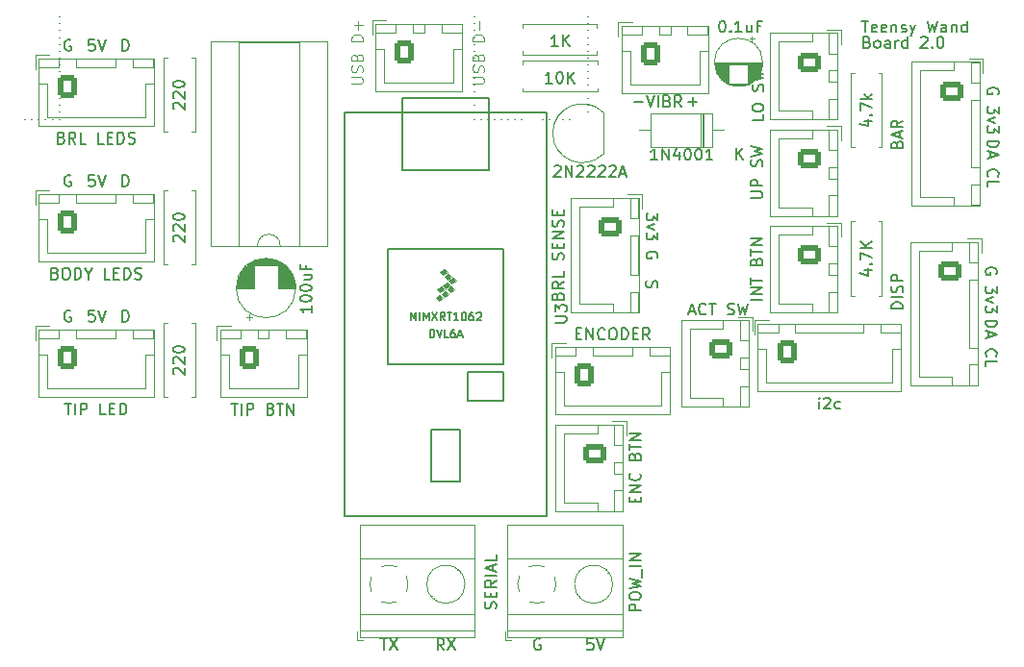
<source format=gto>
%TF.GenerationSoftware,KiCad,Pcbnew,7.0.7*%
%TF.CreationDate,2023-12-09T14:49:58+00:00*%
%TF.ProjectId,Wand Board,57616e64-2042-46f6-9172-642e6b696361,rev?*%
%TF.SameCoordinates,Original*%
%TF.FileFunction,Legend,Top*%
%TF.FilePolarity,Positive*%
%FSLAX46Y46*%
G04 Gerber Fmt 4.6, Leading zero omitted, Abs format (unit mm)*
G04 Created by KiCad (PCBNEW 7.0.7) date 2023-12-09 14:49:58*
%MOMM*%
%LPD*%
G01*
G04 APERTURE LIST*
G04 Aperture macros list*
%AMRoundRect*
0 Rectangle with rounded corners*
0 $1 Rounding radius*
0 $2 $3 $4 $5 $6 $7 $8 $9 X,Y pos of 4 corners*
0 Add a 4 corners polygon primitive as box body*
4,1,4,$2,$3,$4,$5,$6,$7,$8,$9,$2,$3,0*
0 Add four circle primitives for the rounded corners*
1,1,$1+$1,$2,$3*
1,1,$1+$1,$4,$5*
1,1,$1+$1,$6,$7*
1,1,$1+$1,$8,$9*
0 Add four rect primitives between the rounded corners*
20,1,$1+$1,$2,$3,$4,$5,0*
20,1,$1+$1,$4,$5,$6,$7,0*
20,1,$1+$1,$6,$7,$8,$9,0*
20,1,$1+$1,$8,$9,$2,$3,0*%
G04 Aperture macros list end*
%ADD10C,0.150000*%
%ADD11C,0.200000*%
%ADD12C,0.125000*%
%ADD13C,0.120000*%
%ADD14C,0.100000*%
%ADD15O,1.700000X1.950000*%
%ADD16RoundRect,0.250000X-0.600000X-0.725000X0.600000X-0.725000X0.600000X0.725000X-0.600000X0.725000X0*%
%ADD17O,1.950000X1.700000*%
%ADD18RoundRect,0.250000X-0.725000X0.600000X-0.725000X-0.600000X0.725000X-0.600000X0.725000X0.600000X0*%
%ADD19R,1.200000X1.200000*%
%ADD20C,1.200000*%
%ADD21C,1.600000*%
%ADD22O,1.600000X1.600000*%
%ADD23R,2.200000X2.200000*%
%ADD24O,2.200000X2.200000*%
%ADD25R,2.600000X2.600000*%
%ADD26C,2.600000*%
%ADD27O,2.000000X1.700000*%
%ADD28RoundRect,0.250000X-0.750000X0.600000X-0.750000X-0.600000X0.750000X-0.600000X0.750000X0.600000X0*%
%ADD29RoundRect,0.250000X-0.600000X-0.750000X0.600000X-0.750000X0.600000X0.750000X-0.600000X0.750000X0*%
%ADD30O,1.700000X2.000000*%
%ADD31R,1.600000X1.600000*%
%ADD32R,1.500000X1.050000*%
%ADD33O,1.500000X1.050000*%
%ADD34C,6.400000*%
G04 APERTURE END LIST*
D10*
X127570112Y-68746009D02*
X127712969Y-68793628D01*
X127712969Y-68793628D02*
X127760588Y-68841247D01*
X127760588Y-68841247D02*
X127808207Y-68936485D01*
X127808207Y-68936485D02*
X127808207Y-69079342D01*
X127808207Y-69079342D02*
X127760588Y-69174580D01*
X127760588Y-69174580D02*
X127712969Y-69222200D01*
X127712969Y-69222200D02*
X127617731Y-69269819D01*
X127617731Y-69269819D02*
X127236779Y-69269819D01*
X127236779Y-69269819D02*
X127236779Y-68269819D01*
X127236779Y-68269819D02*
X127570112Y-68269819D01*
X127570112Y-68269819D02*
X127665350Y-68317438D01*
X127665350Y-68317438D02*
X127712969Y-68365057D01*
X127712969Y-68365057D02*
X127760588Y-68460295D01*
X127760588Y-68460295D02*
X127760588Y-68555533D01*
X127760588Y-68555533D02*
X127712969Y-68650771D01*
X127712969Y-68650771D02*
X127665350Y-68698390D01*
X127665350Y-68698390D02*
X127570112Y-68746009D01*
X127570112Y-68746009D02*
X127236779Y-68746009D01*
X128379636Y-69269819D02*
X128284398Y-69222200D01*
X128284398Y-69222200D02*
X128236779Y-69174580D01*
X128236779Y-69174580D02*
X128189160Y-69079342D01*
X128189160Y-69079342D02*
X128189160Y-68793628D01*
X128189160Y-68793628D02*
X128236779Y-68698390D01*
X128236779Y-68698390D02*
X128284398Y-68650771D01*
X128284398Y-68650771D02*
X128379636Y-68603152D01*
X128379636Y-68603152D02*
X128522493Y-68603152D01*
X128522493Y-68603152D02*
X128617731Y-68650771D01*
X128617731Y-68650771D02*
X128665350Y-68698390D01*
X128665350Y-68698390D02*
X128712969Y-68793628D01*
X128712969Y-68793628D02*
X128712969Y-69079342D01*
X128712969Y-69079342D02*
X128665350Y-69174580D01*
X128665350Y-69174580D02*
X128617731Y-69222200D01*
X128617731Y-69222200D02*
X128522493Y-69269819D01*
X128522493Y-69269819D02*
X128379636Y-69269819D01*
X129570112Y-69269819D02*
X129570112Y-68746009D01*
X129570112Y-68746009D02*
X129522493Y-68650771D01*
X129522493Y-68650771D02*
X129427255Y-68603152D01*
X129427255Y-68603152D02*
X129236779Y-68603152D01*
X129236779Y-68603152D02*
X129141541Y-68650771D01*
X129570112Y-69222200D02*
X129474874Y-69269819D01*
X129474874Y-69269819D02*
X129236779Y-69269819D01*
X129236779Y-69269819D02*
X129141541Y-69222200D01*
X129141541Y-69222200D02*
X129093922Y-69126961D01*
X129093922Y-69126961D02*
X129093922Y-69031723D01*
X129093922Y-69031723D02*
X129141541Y-68936485D01*
X129141541Y-68936485D02*
X129236779Y-68888866D01*
X129236779Y-68888866D02*
X129474874Y-68888866D01*
X129474874Y-68888866D02*
X129570112Y-68841247D01*
X130046303Y-69269819D02*
X130046303Y-68603152D01*
X130046303Y-68793628D02*
X130093922Y-68698390D01*
X130093922Y-68698390D02*
X130141541Y-68650771D01*
X130141541Y-68650771D02*
X130236779Y-68603152D01*
X130236779Y-68603152D02*
X130332017Y-68603152D01*
X131093922Y-69269819D02*
X131093922Y-68269819D01*
X131093922Y-69222200D02*
X130998684Y-69269819D01*
X130998684Y-69269819D02*
X130808208Y-69269819D01*
X130808208Y-69269819D02*
X130712970Y-69222200D01*
X130712970Y-69222200D02*
X130665351Y-69174580D01*
X130665351Y-69174580D02*
X130617732Y-69079342D01*
X130617732Y-69079342D02*
X130617732Y-68793628D01*
X130617732Y-68793628D02*
X130665351Y-68698390D01*
X130665351Y-68698390D02*
X130712970Y-68650771D01*
X130712970Y-68650771D02*
X130808208Y-68603152D01*
X130808208Y-68603152D02*
X130998684Y-68603152D01*
X130998684Y-68603152D02*
X131093922Y-68650771D01*
X132284399Y-68365057D02*
X132332018Y-68317438D01*
X132332018Y-68317438D02*
X132427256Y-68269819D01*
X132427256Y-68269819D02*
X132665351Y-68269819D01*
X132665351Y-68269819D02*
X132760589Y-68317438D01*
X132760589Y-68317438D02*
X132808208Y-68365057D01*
X132808208Y-68365057D02*
X132855827Y-68460295D01*
X132855827Y-68460295D02*
X132855827Y-68555533D01*
X132855827Y-68555533D02*
X132808208Y-68698390D01*
X132808208Y-68698390D02*
X132236780Y-69269819D01*
X132236780Y-69269819D02*
X132855827Y-69269819D01*
X133284399Y-69174580D02*
X133332018Y-69222200D01*
X133332018Y-69222200D02*
X133284399Y-69269819D01*
X133284399Y-69269819D02*
X133236780Y-69222200D01*
X133236780Y-69222200D02*
X133284399Y-69174580D01*
X133284399Y-69174580D02*
X133284399Y-69269819D01*
X133951065Y-68269819D02*
X134046303Y-68269819D01*
X134046303Y-68269819D02*
X134141541Y-68317438D01*
X134141541Y-68317438D02*
X134189160Y-68365057D01*
X134189160Y-68365057D02*
X134236779Y-68460295D01*
X134236779Y-68460295D02*
X134284398Y-68650771D01*
X134284398Y-68650771D02*
X134284398Y-68888866D01*
X134284398Y-68888866D02*
X134236779Y-69079342D01*
X134236779Y-69079342D02*
X134189160Y-69174580D01*
X134189160Y-69174580D02*
X134141541Y-69222200D01*
X134141541Y-69222200D02*
X134046303Y-69269819D01*
X134046303Y-69269819D02*
X133951065Y-69269819D01*
X133951065Y-69269819D02*
X133855827Y-69222200D01*
X133855827Y-69222200D02*
X133808208Y-69174580D01*
X133808208Y-69174580D02*
X133760589Y-69079342D01*
X133760589Y-69079342D02*
X133712970Y-68888866D01*
X133712970Y-68888866D02*
X133712970Y-68650771D01*
X133712970Y-68650771D02*
X133760589Y-68460295D01*
X133760589Y-68460295D02*
X133808208Y-68365057D01*
X133808208Y-68365057D02*
X133855827Y-68317438D01*
X133855827Y-68317438D02*
X133951065Y-68269819D01*
X103000000Y-75500000D02*
X103000000Y-75500000D01*
X103000000Y-74900000D02*
X103000000Y-74900000D01*
X103000000Y-74300000D02*
X103000000Y-74300000D01*
X103000000Y-73700000D02*
X103000000Y-73700000D01*
X103000000Y-73100000D02*
X103000000Y-73100000D01*
X103000000Y-72500000D02*
X103000000Y-72500000D01*
X103000000Y-71900000D02*
X103000000Y-71900000D01*
X103000000Y-71300000D02*
X103000000Y-71300000D01*
X103000000Y-70700000D02*
X103000000Y-70700000D01*
X103000000Y-70100000D02*
X103000000Y-70100000D01*
X103000000Y-69500000D02*
X103000000Y-69500000D01*
X103000000Y-68900000D02*
X103000000Y-68900000D01*
X103000000Y-68300000D02*
X103000000Y-68300000D01*
X103000000Y-67700000D02*
X103000000Y-67700000D01*
X103000000Y-67100000D02*
X103000000Y-67100000D01*
X103000000Y-66500000D02*
X103000000Y-66500000D01*
X93000000Y-66500000D02*
X93000000Y-66500000D01*
X93000000Y-67100000D02*
X93000000Y-67100000D01*
X93000000Y-67700000D02*
X93000000Y-67700000D01*
X93000000Y-68300000D02*
X93000000Y-68300000D01*
X93000000Y-68900000D02*
X93000000Y-68900000D01*
X93000000Y-69500000D02*
X93000000Y-69500000D01*
X93000000Y-70100000D02*
X93000000Y-70100000D01*
X93000000Y-70700000D02*
X93000000Y-70700000D01*
X93000000Y-71300000D02*
X93000000Y-71300000D01*
X93000000Y-71900000D02*
X93000000Y-71900000D01*
X93000000Y-72500000D02*
X93000000Y-72500000D01*
X93000000Y-73100000D02*
X93000000Y-73100000D01*
X93000000Y-73700000D02*
X93000000Y-73700000D01*
X93000000Y-74300000D02*
X93000000Y-74300000D01*
X93000000Y-74900000D02*
X93000000Y-74900000D01*
X93000000Y-75500000D02*
X93000000Y-75500000D01*
X93000000Y-75500000D02*
X93000000Y-75500000D01*
X93600000Y-75500000D02*
X93600000Y-75500000D01*
X94200000Y-75500000D02*
X94200000Y-75500000D01*
X94800000Y-75500000D02*
X94800000Y-75500000D01*
X95400000Y-75500000D02*
X95400000Y-75500000D01*
X96000000Y-75500000D02*
X96000000Y-75500000D01*
X96600000Y-75500000D02*
X96600000Y-75500000D01*
X97200000Y-75500000D02*
X97200000Y-75500000D01*
X97800000Y-75500000D02*
X97800000Y-75500000D01*
X98400000Y-75500000D02*
X98400000Y-75500000D01*
X99000000Y-75500000D02*
X99000000Y-75500000D01*
X99600000Y-75500000D02*
X99600000Y-75500000D01*
X100200000Y-75500000D02*
X100200000Y-75500000D01*
X100800000Y-75500000D02*
X100800000Y-75500000D01*
X101400000Y-75500000D02*
X101400000Y-75500000D01*
X102000000Y-75500000D02*
X102000000Y-75500000D01*
X102600000Y-75500000D02*
X102600000Y-75500000D01*
X53500000Y-75500000D02*
X53500000Y-75500000D01*
X54100000Y-75500000D02*
X54100000Y-75500000D01*
X54700000Y-75500000D02*
X54700000Y-75500000D01*
X55300000Y-75500000D02*
X55300000Y-75500000D01*
X55900000Y-75500000D02*
X55900000Y-75500000D01*
X56500000Y-75500000D02*
X56500000Y-75500000D01*
X56500000Y-75500000D02*
X56500000Y-75500000D01*
X56500000Y-74900000D02*
X56500000Y-74900000D01*
X56500000Y-74300000D02*
X56500000Y-74300000D01*
X56500000Y-73700000D02*
X56500000Y-73700000D01*
X56500000Y-73100000D02*
X56500000Y-73100000D01*
X56500000Y-72500000D02*
X56500000Y-72500000D01*
X56500000Y-71900000D02*
X56500000Y-71900000D01*
X56500000Y-71300000D02*
X56500000Y-71300000D01*
X56500000Y-70700000D02*
X56500000Y-70700000D01*
X56500000Y-70100000D02*
X56500000Y-70100000D01*
X56500000Y-69500000D02*
X56500000Y-69500000D01*
X56500000Y-68900000D02*
X56500000Y-68900000D01*
X56500000Y-68300000D02*
X56500000Y-68300000D01*
X56500000Y-67700000D02*
X56500000Y-67700000D01*
X56500000Y-67100000D02*
X56500000Y-67100000D01*
X56500000Y-66500000D02*
X56500000Y-66500000D01*
X100039160Y-79715057D02*
X100086779Y-79667438D01*
X100086779Y-79667438D02*
X100182017Y-79619819D01*
X100182017Y-79619819D02*
X100420112Y-79619819D01*
X100420112Y-79619819D02*
X100515350Y-79667438D01*
X100515350Y-79667438D02*
X100562969Y-79715057D01*
X100562969Y-79715057D02*
X100610588Y-79810295D01*
X100610588Y-79810295D02*
X100610588Y-79905533D01*
X100610588Y-79905533D02*
X100562969Y-80048390D01*
X100562969Y-80048390D02*
X99991541Y-80619819D01*
X99991541Y-80619819D02*
X100610588Y-80619819D01*
X101039160Y-80619819D02*
X101039160Y-79619819D01*
X101039160Y-79619819D02*
X101610588Y-80619819D01*
X101610588Y-80619819D02*
X101610588Y-79619819D01*
X102039160Y-79715057D02*
X102086779Y-79667438D01*
X102086779Y-79667438D02*
X102182017Y-79619819D01*
X102182017Y-79619819D02*
X102420112Y-79619819D01*
X102420112Y-79619819D02*
X102515350Y-79667438D01*
X102515350Y-79667438D02*
X102562969Y-79715057D01*
X102562969Y-79715057D02*
X102610588Y-79810295D01*
X102610588Y-79810295D02*
X102610588Y-79905533D01*
X102610588Y-79905533D02*
X102562969Y-80048390D01*
X102562969Y-80048390D02*
X101991541Y-80619819D01*
X101991541Y-80619819D02*
X102610588Y-80619819D01*
X102991541Y-79715057D02*
X103039160Y-79667438D01*
X103039160Y-79667438D02*
X103134398Y-79619819D01*
X103134398Y-79619819D02*
X103372493Y-79619819D01*
X103372493Y-79619819D02*
X103467731Y-79667438D01*
X103467731Y-79667438D02*
X103515350Y-79715057D01*
X103515350Y-79715057D02*
X103562969Y-79810295D01*
X103562969Y-79810295D02*
X103562969Y-79905533D01*
X103562969Y-79905533D02*
X103515350Y-80048390D01*
X103515350Y-80048390D02*
X102943922Y-80619819D01*
X102943922Y-80619819D02*
X103562969Y-80619819D01*
X103943922Y-79715057D02*
X103991541Y-79667438D01*
X103991541Y-79667438D02*
X104086779Y-79619819D01*
X104086779Y-79619819D02*
X104324874Y-79619819D01*
X104324874Y-79619819D02*
X104420112Y-79667438D01*
X104420112Y-79667438D02*
X104467731Y-79715057D01*
X104467731Y-79715057D02*
X104515350Y-79810295D01*
X104515350Y-79810295D02*
X104515350Y-79905533D01*
X104515350Y-79905533D02*
X104467731Y-80048390D01*
X104467731Y-80048390D02*
X103896303Y-80619819D01*
X103896303Y-80619819D02*
X104515350Y-80619819D01*
X104896303Y-79715057D02*
X104943922Y-79667438D01*
X104943922Y-79667438D02*
X105039160Y-79619819D01*
X105039160Y-79619819D02*
X105277255Y-79619819D01*
X105277255Y-79619819D02*
X105372493Y-79667438D01*
X105372493Y-79667438D02*
X105420112Y-79715057D01*
X105420112Y-79715057D02*
X105467731Y-79810295D01*
X105467731Y-79810295D02*
X105467731Y-79905533D01*
X105467731Y-79905533D02*
X105420112Y-80048390D01*
X105420112Y-80048390D02*
X104848684Y-80619819D01*
X104848684Y-80619819D02*
X105467731Y-80619819D01*
X105848684Y-80334104D02*
X106324874Y-80334104D01*
X105753446Y-80619819D02*
X106086779Y-79619819D01*
X106086779Y-79619819D02*
X106420112Y-80619819D01*
D11*
X103441523Y-121295219D02*
X102965333Y-121295219D01*
X102965333Y-121295219D02*
X102917714Y-121771409D01*
X102917714Y-121771409D02*
X102965333Y-121723790D01*
X102965333Y-121723790D02*
X103060571Y-121676171D01*
X103060571Y-121676171D02*
X103298666Y-121676171D01*
X103298666Y-121676171D02*
X103393904Y-121723790D01*
X103393904Y-121723790D02*
X103441523Y-121771409D01*
X103441523Y-121771409D02*
X103489142Y-121866647D01*
X103489142Y-121866647D02*
X103489142Y-122104742D01*
X103489142Y-122104742D02*
X103441523Y-122199980D01*
X103441523Y-122199980D02*
X103393904Y-122247600D01*
X103393904Y-122247600D02*
X103298666Y-122295219D01*
X103298666Y-122295219D02*
X103060571Y-122295219D01*
X103060571Y-122295219D02*
X102965333Y-122247600D01*
X102965333Y-122247600D02*
X102917714Y-122199980D01*
X103774857Y-121295219D02*
X104108190Y-122295219D01*
X104108190Y-122295219D02*
X104441523Y-121295219D01*
X98813904Y-121342838D02*
X98718666Y-121295219D01*
X98718666Y-121295219D02*
X98575809Y-121295219D01*
X98575809Y-121295219D02*
X98432952Y-121342838D01*
X98432952Y-121342838D02*
X98337714Y-121438076D01*
X98337714Y-121438076D02*
X98290095Y-121533314D01*
X98290095Y-121533314D02*
X98242476Y-121723790D01*
X98242476Y-121723790D02*
X98242476Y-121866647D01*
X98242476Y-121866647D02*
X98290095Y-122057123D01*
X98290095Y-122057123D02*
X98337714Y-122152361D01*
X98337714Y-122152361D02*
X98432952Y-122247600D01*
X98432952Y-122247600D02*
X98575809Y-122295219D01*
X98575809Y-122295219D02*
X98671047Y-122295219D01*
X98671047Y-122295219D02*
X98813904Y-122247600D01*
X98813904Y-122247600D02*
X98861523Y-122199980D01*
X98861523Y-122199980D02*
X98861523Y-121866647D01*
X98861523Y-121866647D02*
X98671047Y-121866647D01*
D10*
X114777255Y-66869819D02*
X114872493Y-66869819D01*
X114872493Y-66869819D02*
X114967731Y-66917438D01*
X114967731Y-66917438D02*
X115015350Y-66965057D01*
X115015350Y-66965057D02*
X115062969Y-67060295D01*
X115062969Y-67060295D02*
X115110588Y-67250771D01*
X115110588Y-67250771D02*
X115110588Y-67488866D01*
X115110588Y-67488866D02*
X115062969Y-67679342D01*
X115062969Y-67679342D02*
X115015350Y-67774580D01*
X115015350Y-67774580D02*
X114967731Y-67822200D01*
X114967731Y-67822200D02*
X114872493Y-67869819D01*
X114872493Y-67869819D02*
X114777255Y-67869819D01*
X114777255Y-67869819D02*
X114682017Y-67822200D01*
X114682017Y-67822200D02*
X114634398Y-67774580D01*
X114634398Y-67774580D02*
X114586779Y-67679342D01*
X114586779Y-67679342D02*
X114539160Y-67488866D01*
X114539160Y-67488866D02*
X114539160Y-67250771D01*
X114539160Y-67250771D02*
X114586779Y-67060295D01*
X114586779Y-67060295D02*
X114634398Y-66965057D01*
X114634398Y-66965057D02*
X114682017Y-66917438D01*
X114682017Y-66917438D02*
X114777255Y-66869819D01*
X115539160Y-67774580D02*
X115586779Y-67822200D01*
X115586779Y-67822200D02*
X115539160Y-67869819D01*
X115539160Y-67869819D02*
X115491541Y-67822200D01*
X115491541Y-67822200D02*
X115539160Y-67774580D01*
X115539160Y-67774580D02*
X115539160Y-67869819D01*
X116539159Y-67869819D02*
X115967731Y-67869819D01*
X116253445Y-67869819D02*
X116253445Y-66869819D01*
X116253445Y-66869819D02*
X116158207Y-67012676D01*
X116158207Y-67012676D02*
X116062969Y-67107914D01*
X116062969Y-67107914D02*
X115967731Y-67155533D01*
X117396302Y-67203152D02*
X117396302Y-67869819D01*
X116967731Y-67203152D02*
X116967731Y-67726961D01*
X116967731Y-67726961D02*
X117015350Y-67822200D01*
X117015350Y-67822200D02*
X117110588Y-67869819D01*
X117110588Y-67869819D02*
X117253445Y-67869819D01*
X117253445Y-67869819D02*
X117348683Y-67822200D01*
X117348683Y-67822200D02*
X117396302Y-67774580D01*
X118205826Y-67346009D02*
X117872493Y-67346009D01*
X117872493Y-67869819D02*
X117872493Y-66869819D01*
X117872493Y-66869819D02*
X118348683Y-66869819D01*
X127093922Y-66869819D02*
X127665350Y-66869819D01*
X127379636Y-67869819D02*
X127379636Y-66869819D01*
X128379636Y-67822200D02*
X128284398Y-67869819D01*
X128284398Y-67869819D02*
X128093922Y-67869819D01*
X128093922Y-67869819D02*
X127998684Y-67822200D01*
X127998684Y-67822200D02*
X127951065Y-67726961D01*
X127951065Y-67726961D02*
X127951065Y-67346009D01*
X127951065Y-67346009D02*
X127998684Y-67250771D01*
X127998684Y-67250771D02*
X128093922Y-67203152D01*
X128093922Y-67203152D02*
X128284398Y-67203152D01*
X128284398Y-67203152D02*
X128379636Y-67250771D01*
X128379636Y-67250771D02*
X128427255Y-67346009D01*
X128427255Y-67346009D02*
X128427255Y-67441247D01*
X128427255Y-67441247D02*
X127951065Y-67536485D01*
X129236779Y-67822200D02*
X129141541Y-67869819D01*
X129141541Y-67869819D02*
X128951065Y-67869819D01*
X128951065Y-67869819D02*
X128855827Y-67822200D01*
X128855827Y-67822200D02*
X128808208Y-67726961D01*
X128808208Y-67726961D02*
X128808208Y-67346009D01*
X128808208Y-67346009D02*
X128855827Y-67250771D01*
X128855827Y-67250771D02*
X128951065Y-67203152D01*
X128951065Y-67203152D02*
X129141541Y-67203152D01*
X129141541Y-67203152D02*
X129236779Y-67250771D01*
X129236779Y-67250771D02*
X129284398Y-67346009D01*
X129284398Y-67346009D02*
X129284398Y-67441247D01*
X129284398Y-67441247D02*
X128808208Y-67536485D01*
X129712970Y-67203152D02*
X129712970Y-67869819D01*
X129712970Y-67298390D02*
X129760589Y-67250771D01*
X129760589Y-67250771D02*
X129855827Y-67203152D01*
X129855827Y-67203152D02*
X129998684Y-67203152D01*
X129998684Y-67203152D02*
X130093922Y-67250771D01*
X130093922Y-67250771D02*
X130141541Y-67346009D01*
X130141541Y-67346009D02*
X130141541Y-67869819D01*
X130570113Y-67822200D02*
X130665351Y-67869819D01*
X130665351Y-67869819D02*
X130855827Y-67869819D01*
X130855827Y-67869819D02*
X130951065Y-67822200D01*
X130951065Y-67822200D02*
X130998684Y-67726961D01*
X130998684Y-67726961D02*
X130998684Y-67679342D01*
X130998684Y-67679342D02*
X130951065Y-67584104D01*
X130951065Y-67584104D02*
X130855827Y-67536485D01*
X130855827Y-67536485D02*
X130712970Y-67536485D01*
X130712970Y-67536485D02*
X130617732Y-67488866D01*
X130617732Y-67488866D02*
X130570113Y-67393628D01*
X130570113Y-67393628D02*
X130570113Y-67346009D01*
X130570113Y-67346009D02*
X130617732Y-67250771D01*
X130617732Y-67250771D02*
X130712970Y-67203152D01*
X130712970Y-67203152D02*
X130855827Y-67203152D01*
X130855827Y-67203152D02*
X130951065Y-67250771D01*
X131332018Y-67203152D02*
X131570113Y-67869819D01*
X131808208Y-67203152D02*
X131570113Y-67869819D01*
X131570113Y-67869819D02*
X131474875Y-68107914D01*
X131474875Y-68107914D02*
X131427256Y-68155533D01*
X131427256Y-68155533D02*
X131332018Y-68203152D01*
X132855828Y-66869819D02*
X133093923Y-67869819D01*
X133093923Y-67869819D02*
X133284399Y-67155533D01*
X133284399Y-67155533D02*
X133474875Y-67869819D01*
X133474875Y-67869819D02*
X133712971Y-66869819D01*
X134522494Y-67869819D02*
X134522494Y-67346009D01*
X134522494Y-67346009D02*
X134474875Y-67250771D01*
X134474875Y-67250771D02*
X134379637Y-67203152D01*
X134379637Y-67203152D02*
X134189161Y-67203152D01*
X134189161Y-67203152D02*
X134093923Y-67250771D01*
X134522494Y-67822200D02*
X134427256Y-67869819D01*
X134427256Y-67869819D02*
X134189161Y-67869819D01*
X134189161Y-67869819D02*
X134093923Y-67822200D01*
X134093923Y-67822200D02*
X134046304Y-67726961D01*
X134046304Y-67726961D02*
X134046304Y-67631723D01*
X134046304Y-67631723D02*
X134093923Y-67536485D01*
X134093923Y-67536485D02*
X134189161Y-67488866D01*
X134189161Y-67488866D02*
X134427256Y-67488866D01*
X134427256Y-67488866D02*
X134522494Y-67441247D01*
X134998685Y-67203152D02*
X134998685Y-67869819D01*
X134998685Y-67298390D02*
X135046304Y-67250771D01*
X135046304Y-67250771D02*
X135141542Y-67203152D01*
X135141542Y-67203152D02*
X135284399Y-67203152D01*
X135284399Y-67203152D02*
X135379637Y-67250771D01*
X135379637Y-67250771D02*
X135427256Y-67346009D01*
X135427256Y-67346009D02*
X135427256Y-67869819D01*
X136332018Y-67869819D02*
X136332018Y-66869819D01*
X136332018Y-67822200D02*
X136236780Y-67869819D01*
X136236780Y-67869819D02*
X136046304Y-67869819D01*
X136046304Y-67869819D02*
X135951066Y-67822200D01*
X135951066Y-67822200D02*
X135903447Y-67774580D01*
X135903447Y-67774580D02*
X135855828Y-67679342D01*
X135855828Y-67679342D02*
X135855828Y-67393628D01*
X135855828Y-67393628D02*
X135903447Y-67298390D01*
X135903447Y-67298390D02*
X135951066Y-67250771D01*
X135951066Y-67250771D02*
X136046304Y-67203152D01*
X136046304Y-67203152D02*
X136236780Y-67203152D01*
X136236780Y-67203152D02*
X136332018Y-67250771D01*
X99860588Y-72369819D02*
X99289160Y-72369819D01*
X99574874Y-72369819D02*
X99574874Y-71369819D01*
X99574874Y-71369819D02*
X99479636Y-71512676D01*
X99479636Y-71512676D02*
X99384398Y-71607914D01*
X99384398Y-71607914D02*
X99289160Y-71655533D01*
X100479636Y-71369819D02*
X100574874Y-71369819D01*
X100574874Y-71369819D02*
X100670112Y-71417438D01*
X100670112Y-71417438D02*
X100717731Y-71465057D01*
X100717731Y-71465057D02*
X100765350Y-71560295D01*
X100765350Y-71560295D02*
X100812969Y-71750771D01*
X100812969Y-71750771D02*
X100812969Y-71988866D01*
X100812969Y-71988866D02*
X100765350Y-72179342D01*
X100765350Y-72179342D02*
X100717731Y-72274580D01*
X100717731Y-72274580D02*
X100670112Y-72322200D01*
X100670112Y-72322200D02*
X100574874Y-72369819D01*
X100574874Y-72369819D02*
X100479636Y-72369819D01*
X100479636Y-72369819D02*
X100384398Y-72322200D01*
X100384398Y-72322200D02*
X100336779Y-72274580D01*
X100336779Y-72274580D02*
X100289160Y-72179342D01*
X100289160Y-72179342D02*
X100241541Y-71988866D01*
X100241541Y-71988866D02*
X100241541Y-71750771D01*
X100241541Y-71750771D02*
X100289160Y-71560295D01*
X100289160Y-71560295D02*
X100336779Y-71465057D01*
X100336779Y-71465057D02*
X100384398Y-71417438D01*
X100384398Y-71417438D02*
X100479636Y-71369819D01*
X101241541Y-72369819D02*
X101241541Y-71369819D01*
X101812969Y-72369819D02*
X101384398Y-71798390D01*
X101812969Y-71369819D02*
X101241541Y-71941247D01*
X111836779Y-73988866D02*
X112598684Y-73988866D01*
X112217731Y-74369819D02*
X112217731Y-73607914D01*
D11*
X90333333Y-122295219D02*
X90000000Y-121819028D01*
X89761905Y-122295219D02*
X89761905Y-121295219D01*
X89761905Y-121295219D02*
X90142857Y-121295219D01*
X90142857Y-121295219D02*
X90238095Y-121342838D01*
X90238095Y-121342838D02*
X90285714Y-121390457D01*
X90285714Y-121390457D02*
X90333333Y-121485695D01*
X90333333Y-121485695D02*
X90333333Y-121628552D01*
X90333333Y-121628552D02*
X90285714Y-121723790D01*
X90285714Y-121723790D02*
X90238095Y-121771409D01*
X90238095Y-121771409D02*
X90142857Y-121819028D01*
X90142857Y-121819028D02*
X89761905Y-121819028D01*
X90666667Y-121295219D02*
X91333333Y-122295219D01*
X91333333Y-121295219D02*
X90666667Y-122295219D01*
D10*
X109110588Y-79119819D02*
X108539160Y-79119819D01*
X108824874Y-79119819D02*
X108824874Y-78119819D01*
X108824874Y-78119819D02*
X108729636Y-78262676D01*
X108729636Y-78262676D02*
X108634398Y-78357914D01*
X108634398Y-78357914D02*
X108539160Y-78405533D01*
X109539160Y-79119819D02*
X109539160Y-78119819D01*
X109539160Y-78119819D02*
X110110588Y-79119819D01*
X110110588Y-79119819D02*
X110110588Y-78119819D01*
X111015350Y-78453152D02*
X111015350Y-79119819D01*
X110777255Y-78072200D02*
X110539160Y-78786485D01*
X110539160Y-78786485D02*
X111158207Y-78786485D01*
X111729636Y-78119819D02*
X111824874Y-78119819D01*
X111824874Y-78119819D02*
X111920112Y-78167438D01*
X111920112Y-78167438D02*
X111967731Y-78215057D01*
X111967731Y-78215057D02*
X112015350Y-78310295D01*
X112015350Y-78310295D02*
X112062969Y-78500771D01*
X112062969Y-78500771D02*
X112062969Y-78738866D01*
X112062969Y-78738866D02*
X112015350Y-78929342D01*
X112015350Y-78929342D02*
X111967731Y-79024580D01*
X111967731Y-79024580D02*
X111920112Y-79072200D01*
X111920112Y-79072200D02*
X111824874Y-79119819D01*
X111824874Y-79119819D02*
X111729636Y-79119819D01*
X111729636Y-79119819D02*
X111634398Y-79072200D01*
X111634398Y-79072200D02*
X111586779Y-79024580D01*
X111586779Y-79024580D02*
X111539160Y-78929342D01*
X111539160Y-78929342D02*
X111491541Y-78738866D01*
X111491541Y-78738866D02*
X111491541Y-78500771D01*
X111491541Y-78500771D02*
X111539160Y-78310295D01*
X111539160Y-78310295D02*
X111586779Y-78215057D01*
X111586779Y-78215057D02*
X111634398Y-78167438D01*
X111634398Y-78167438D02*
X111729636Y-78119819D01*
X112682017Y-78119819D02*
X112777255Y-78119819D01*
X112777255Y-78119819D02*
X112872493Y-78167438D01*
X112872493Y-78167438D02*
X112920112Y-78215057D01*
X112920112Y-78215057D02*
X112967731Y-78310295D01*
X112967731Y-78310295D02*
X113015350Y-78500771D01*
X113015350Y-78500771D02*
X113015350Y-78738866D01*
X113015350Y-78738866D02*
X112967731Y-78929342D01*
X112967731Y-78929342D02*
X112920112Y-79024580D01*
X112920112Y-79024580D02*
X112872493Y-79072200D01*
X112872493Y-79072200D02*
X112777255Y-79119819D01*
X112777255Y-79119819D02*
X112682017Y-79119819D01*
X112682017Y-79119819D02*
X112586779Y-79072200D01*
X112586779Y-79072200D02*
X112539160Y-79024580D01*
X112539160Y-79024580D02*
X112491541Y-78929342D01*
X112491541Y-78929342D02*
X112443922Y-78738866D01*
X112443922Y-78738866D02*
X112443922Y-78500771D01*
X112443922Y-78500771D02*
X112491541Y-78310295D01*
X112491541Y-78310295D02*
X112539160Y-78215057D01*
X112539160Y-78215057D02*
X112586779Y-78167438D01*
X112586779Y-78167438D02*
X112682017Y-78119819D01*
X113967731Y-79119819D02*
X113396303Y-79119819D01*
X113682017Y-79119819D02*
X113682017Y-78119819D01*
X113682017Y-78119819D02*
X113586779Y-78262676D01*
X113586779Y-78262676D02*
X113491541Y-78357914D01*
X113491541Y-78357914D02*
X113396303Y-78405533D01*
X100360588Y-69119819D02*
X99789160Y-69119819D01*
X100074874Y-69119819D02*
X100074874Y-68119819D01*
X100074874Y-68119819D02*
X99979636Y-68262676D01*
X99979636Y-68262676D02*
X99884398Y-68357914D01*
X99884398Y-68357914D02*
X99789160Y-68405533D01*
X100789160Y-69119819D02*
X100789160Y-68119819D01*
X101360588Y-69119819D02*
X100932017Y-68548390D01*
X101360588Y-68119819D02*
X100789160Y-68691247D01*
X107086779Y-73988866D02*
X107848684Y-73988866D01*
D11*
X84738095Y-121295219D02*
X85309523Y-121295219D01*
X85023809Y-122295219D02*
X85023809Y-121295219D01*
X85547619Y-121295219D02*
X86214285Y-122295219D01*
X86214285Y-121295219D02*
X85547619Y-122295219D01*
D10*
X123345238Y-101054819D02*
X123345238Y-100388152D01*
X123345238Y-100054819D02*
X123297619Y-100102438D01*
X123297619Y-100102438D02*
X123345238Y-100150057D01*
X123345238Y-100150057D02*
X123392857Y-100102438D01*
X123392857Y-100102438D02*
X123345238Y-100054819D01*
X123345238Y-100054819D02*
X123345238Y-100150057D01*
X123773809Y-100150057D02*
X123821428Y-100102438D01*
X123821428Y-100102438D02*
X123916666Y-100054819D01*
X123916666Y-100054819D02*
X124154761Y-100054819D01*
X124154761Y-100054819D02*
X124249999Y-100102438D01*
X124249999Y-100102438D02*
X124297618Y-100150057D01*
X124297618Y-100150057D02*
X124345237Y-100245295D01*
X124345237Y-100245295D02*
X124345237Y-100340533D01*
X124345237Y-100340533D02*
X124297618Y-100483390D01*
X124297618Y-100483390D02*
X123726190Y-101054819D01*
X123726190Y-101054819D02*
X124345237Y-101054819D01*
X125202380Y-101007200D02*
X125107142Y-101054819D01*
X125107142Y-101054819D02*
X124916666Y-101054819D01*
X124916666Y-101054819D02*
X124821428Y-101007200D01*
X124821428Y-101007200D02*
X124773809Y-100959580D01*
X124773809Y-100959580D02*
X124726190Y-100864342D01*
X124726190Y-100864342D02*
X124726190Y-100578628D01*
X124726190Y-100578628D02*
X124773809Y-100483390D01*
X124773809Y-100483390D02*
X124821428Y-100435771D01*
X124821428Y-100435771D02*
X124916666Y-100388152D01*
X124916666Y-100388152D02*
X125107142Y-100388152D01*
X125107142Y-100388152D02*
X125202380Y-100435771D01*
X130704819Y-92226189D02*
X129704819Y-92226189D01*
X129704819Y-92226189D02*
X129704819Y-91988094D01*
X129704819Y-91988094D02*
X129752438Y-91845237D01*
X129752438Y-91845237D02*
X129847676Y-91749999D01*
X129847676Y-91749999D02*
X129942914Y-91702380D01*
X129942914Y-91702380D02*
X130133390Y-91654761D01*
X130133390Y-91654761D02*
X130276247Y-91654761D01*
X130276247Y-91654761D02*
X130466723Y-91702380D01*
X130466723Y-91702380D02*
X130561961Y-91749999D01*
X130561961Y-91749999D02*
X130657200Y-91845237D01*
X130657200Y-91845237D02*
X130704819Y-91988094D01*
X130704819Y-91988094D02*
X130704819Y-92226189D01*
X130704819Y-91226189D02*
X129704819Y-91226189D01*
X130657200Y-90797618D02*
X130704819Y-90654761D01*
X130704819Y-90654761D02*
X130704819Y-90416666D01*
X130704819Y-90416666D02*
X130657200Y-90321428D01*
X130657200Y-90321428D02*
X130609580Y-90273809D01*
X130609580Y-90273809D02*
X130514342Y-90226190D01*
X130514342Y-90226190D02*
X130419104Y-90226190D01*
X130419104Y-90226190D02*
X130323866Y-90273809D01*
X130323866Y-90273809D02*
X130276247Y-90321428D01*
X130276247Y-90321428D02*
X130228628Y-90416666D01*
X130228628Y-90416666D02*
X130181009Y-90607142D01*
X130181009Y-90607142D02*
X130133390Y-90702380D01*
X130133390Y-90702380D02*
X130085771Y-90749999D01*
X130085771Y-90749999D02*
X129990533Y-90797618D01*
X129990533Y-90797618D02*
X129895295Y-90797618D01*
X129895295Y-90797618D02*
X129800057Y-90749999D01*
X129800057Y-90749999D02*
X129752438Y-90702380D01*
X129752438Y-90702380D02*
X129704819Y-90607142D01*
X129704819Y-90607142D02*
X129704819Y-90369047D01*
X129704819Y-90369047D02*
X129752438Y-90226190D01*
X130704819Y-89797618D02*
X129704819Y-89797618D01*
X129704819Y-89797618D02*
X129704819Y-89416666D01*
X129704819Y-89416666D02*
X129752438Y-89321428D01*
X129752438Y-89321428D02*
X129800057Y-89273809D01*
X129800057Y-89273809D02*
X129895295Y-89226190D01*
X129895295Y-89226190D02*
X130038152Y-89226190D01*
X130038152Y-89226190D02*
X130133390Y-89273809D01*
X130133390Y-89273809D02*
X130181009Y-89321428D01*
X130181009Y-89321428D02*
X130228628Y-89416666D01*
X130228628Y-89416666D02*
X130228628Y-89797618D01*
D11*
X137982780Y-93289524D02*
X138982780Y-93289524D01*
X138982780Y-93289524D02*
X138982780Y-93527619D01*
X138982780Y-93527619D02*
X138935161Y-93670476D01*
X138935161Y-93670476D02*
X138839923Y-93765714D01*
X138839923Y-93765714D02*
X138744685Y-93813333D01*
X138744685Y-93813333D02*
X138554209Y-93860952D01*
X138554209Y-93860952D02*
X138411352Y-93860952D01*
X138411352Y-93860952D02*
X138220876Y-93813333D01*
X138220876Y-93813333D02*
X138125638Y-93765714D01*
X138125638Y-93765714D02*
X138030400Y-93670476D01*
X138030400Y-93670476D02*
X137982780Y-93527619D01*
X137982780Y-93527619D02*
X137982780Y-93289524D01*
X138268495Y-94241905D02*
X138268495Y-94718095D01*
X137982780Y-94146667D02*
X138982780Y-94480000D01*
X138982780Y-94480000D02*
X137982780Y-94813333D01*
X138982780Y-90249524D02*
X138982780Y-90868571D01*
X138982780Y-90868571D02*
X138601828Y-90535238D01*
X138601828Y-90535238D02*
X138601828Y-90678095D01*
X138601828Y-90678095D02*
X138554209Y-90773333D01*
X138554209Y-90773333D02*
X138506590Y-90820952D01*
X138506590Y-90820952D02*
X138411352Y-90868571D01*
X138411352Y-90868571D02*
X138173257Y-90868571D01*
X138173257Y-90868571D02*
X138078019Y-90820952D01*
X138078019Y-90820952D02*
X138030400Y-90773333D01*
X138030400Y-90773333D02*
X137982780Y-90678095D01*
X137982780Y-90678095D02*
X137982780Y-90392381D01*
X137982780Y-90392381D02*
X138030400Y-90297143D01*
X138030400Y-90297143D02*
X138078019Y-90249524D01*
X138649447Y-91201905D02*
X137982780Y-91440000D01*
X137982780Y-91440000D02*
X138649447Y-91678095D01*
X138982780Y-91963810D02*
X138982780Y-92582857D01*
X138982780Y-92582857D02*
X138601828Y-92249524D01*
X138601828Y-92249524D02*
X138601828Y-92392381D01*
X138601828Y-92392381D02*
X138554209Y-92487619D01*
X138554209Y-92487619D02*
X138506590Y-92535238D01*
X138506590Y-92535238D02*
X138411352Y-92582857D01*
X138411352Y-92582857D02*
X138173257Y-92582857D01*
X138173257Y-92582857D02*
X138078019Y-92535238D01*
X138078019Y-92535238D02*
X138030400Y-92487619D01*
X138030400Y-92487619D02*
X137982780Y-92392381D01*
X137982780Y-92392381D02*
X137982780Y-92106667D01*
X137982780Y-92106667D02*
X138030400Y-92011429D01*
X138030400Y-92011429D02*
X138078019Y-91963810D01*
X138935161Y-89161904D02*
X138982780Y-89066666D01*
X138982780Y-89066666D02*
X138982780Y-88923809D01*
X138982780Y-88923809D02*
X138935161Y-88780952D01*
X138935161Y-88780952D02*
X138839923Y-88685714D01*
X138839923Y-88685714D02*
X138744685Y-88638095D01*
X138744685Y-88638095D02*
X138554209Y-88590476D01*
X138554209Y-88590476D02*
X138411352Y-88590476D01*
X138411352Y-88590476D02*
X138220876Y-88638095D01*
X138220876Y-88638095D02*
X138125638Y-88685714D01*
X138125638Y-88685714D02*
X138030400Y-88780952D01*
X138030400Y-88780952D02*
X137982780Y-88923809D01*
X137982780Y-88923809D02*
X137982780Y-89019047D01*
X137982780Y-89019047D02*
X138030400Y-89161904D01*
X138030400Y-89161904D02*
X138078019Y-89209523D01*
X138078019Y-89209523D02*
X138411352Y-89209523D01*
X138411352Y-89209523D02*
X138411352Y-89019047D01*
X138078019Y-96424761D02*
X138030400Y-96377142D01*
X138030400Y-96377142D02*
X137982780Y-96234285D01*
X137982780Y-96234285D02*
X137982780Y-96139047D01*
X137982780Y-96139047D02*
X138030400Y-95996190D01*
X138030400Y-95996190D02*
X138125638Y-95900952D01*
X138125638Y-95900952D02*
X138220876Y-95853333D01*
X138220876Y-95853333D02*
X138411352Y-95805714D01*
X138411352Y-95805714D02*
X138554209Y-95805714D01*
X138554209Y-95805714D02*
X138744685Y-95853333D01*
X138744685Y-95853333D02*
X138839923Y-95900952D01*
X138839923Y-95900952D02*
X138935161Y-95996190D01*
X138935161Y-95996190D02*
X138982780Y-96139047D01*
X138982780Y-96139047D02*
X138982780Y-96234285D01*
X138982780Y-96234285D02*
X138935161Y-96377142D01*
X138935161Y-96377142D02*
X138887542Y-96424761D01*
X137982780Y-97329523D02*
X137982780Y-96853333D01*
X137982780Y-96853333D02*
X138982780Y-96853333D01*
D10*
X56968095Y-100557819D02*
X57539523Y-100557819D01*
X57253809Y-101557819D02*
X57253809Y-100557819D01*
X57872857Y-101557819D02*
X57872857Y-100557819D01*
X58349047Y-101557819D02*
X58349047Y-100557819D01*
X58349047Y-100557819D02*
X58729999Y-100557819D01*
X58729999Y-100557819D02*
X58825237Y-100605438D01*
X58825237Y-100605438D02*
X58872856Y-100653057D01*
X58872856Y-100653057D02*
X58920475Y-100748295D01*
X58920475Y-100748295D02*
X58920475Y-100891152D01*
X58920475Y-100891152D02*
X58872856Y-100986390D01*
X58872856Y-100986390D02*
X58825237Y-101034009D01*
X58825237Y-101034009D02*
X58729999Y-101081628D01*
X58729999Y-101081628D02*
X58349047Y-101081628D01*
X60587142Y-101557819D02*
X60110952Y-101557819D01*
X60110952Y-101557819D02*
X60110952Y-100557819D01*
X60920476Y-101034009D02*
X61253809Y-101034009D01*
X61396666Y-101557819D02*
X60920476Y-101557819D01*
X60920476Y-101557819D02*
X60920476Y-100557819D01*
X60920476Y-100557819D02*
X61396666Y-100557819D01*
X61825238Y-101557819D02*
X61825238Y-100557819D01*
X61825238Y-100557819D02*
X62063333Y-100557819D01*
X62063333Y-100557819D02*
X62206190Y-100605438D01*
X62206190Y-100605438D02*
X62301428Y-100700676D01*
X62301428Y-100700676D02*
X62349047Y-100795914D01*
X62349047Y-100795914D02*
X62396666Y-100986390D01*
X62396666Y-100986390D02*
X62396666Y-101129247D01*
X62396666Y-101129247D02*
X62349047Y-101319723D01*
X62349047Y-101319723D02*
X62301428Y-101414961D01*
X62301428Y-101414961D02*
X62206190Y-101510200D01*
X62206190Y-101510200D02*
X62063333Y-101557819D01*
X62063333Y-101557819D02*
X61825238Y-101557819D01*
D11*
X62048095Y-93370219D02*
X62048095Y-92370219D01*
X62048095Y-92370219D02*
X62286190Y-92370219D01*
X62286190Y-92370219D02*
X62429047Y-92417838D01*
X62429047Y-92417838D02*
X62524285Y-92513076D01*
X62524285Y-92513076D02*
X62571904Y-92608314D01*
X62571904Y-92608314D02*
X62619523Y-92798790D01*
X62619523Y-92798790D02*
X62619523Y-92941647D01*
X62619523Y-92941647D02*
X62571904Y-93132123D01*
X62571904Y-93132123D02*
X62524285Y-93227361D01*
X62524285Y-93227361D02*
X62429047Y-93322600D01*
X62429047Y-93322600D02*
X62286190Y-93370219D01*
X62286190Y-93370219D02*
X62048095Y-93370219D01*
X57491904Y-92417838D02*
X57396666Y-92370219D01*
X57396666Y-92370219D02*
X57253809Y-92370219D01*
X57253809Y-92370219D02*
X57110952Y-92417838D01*
X57110952Y-92417838D02*
X57015714Y-92513076D01*
X57015714Y-92513076D02*
X56968095Y-92608314D01*
X56968095Y-92608314D02*
X56920476Y-92798790D01*
X56920476Y-92798790D02*
X56920476Y-92941647D01*
X56920476Y-92941647D02*
X56968095Y-93132123D01*
X56968095Y-93132123D02*
X57015714Y-93227361D01*
X57015714Y-93227361D02*
X57110952Y-93322600D01*
X57110952Y-93322600D02*
X57253809Y-93370219D01*
X57253809Y-93370219D02*
X57349047Y-93370219D01*
X57349047Y-93370219D02*
X57491904Y-93322600D01*
X57491904Y-93322600D02*
X57539523Y-93274980D01*
X57539523Y-93274980D02*
X57539523Y-92941647D01*
X57539523Y-92941647D02*
X57349047Y-92941647D01*
X59579523Y-92370219D02*
X59103333Y-92370219D01*
X59103333Y-92370219D02*
X59055714Y-92846409D01*
X59055714Y-92846409D02*
X59103333Y-92798790D01*
X59103333Y-92798790D02*
X59198571Y-92751171D01*
X59198571Y-92751171D02*
X59436666Y-92751171D01*
X59436666Y-92751171D02*
X59531904Y-92798790D01*
X59531904Y-92798790D02*
X59579523Y-92846409D01*
X59579523Y-92846409D02*
X59627142Y-92941647D01*
X59627142Y-92941647D02*
X59627142Y-93179742D01*
X59627142Y-93179742D02*
X59579523Y-93274980D01*
X59579523Y-93274980D02*
X59531904Y-93322600D01*
X59531904Y-93322600D02*
X59436666Y-93370219D01*
X59436666Y-93370219D02*
X59198571Y-93370219D01*
X59198571Y-93370219D02*
X59103333Y-93322600D01*
X59103333Y-93322600D02*
X59055714Y-93274980D01*
X59912857Y-92370219D02*
X60246190Y-93370219D01*
X60246190Y-93370219D02*
X60579523Y-92370219D01*
D10*
X100114819Y-93451904D02*
X100924342Y-93451904D01*
X100924342Y-93451904D02*
X101019580Y-93404285D01*
X101019580Y-93404285D02*
X101067200Y-93356666D01*
X101067200Y-93356666D02*
X101114819Y-93261428D01*
X101114819Y-93261428D02*
X101114819Y-93070952D01*
X101114819Y-93070952D02*
X101067200Y-92975714D01*
X101067200Y-92975714D02*
X101019580Y-92928095D01*
X101019580Y-92928095D02*
X100924342Y-92880476D01*
X100924342Y-92880476D02*
X100114819Y-92880476D01*
X100114819Y-92499523D02*
X100114819Y-91880476D01*
X100114819Y-91880476D02*
X100495771Y-92213809D01*
X100495771Y-92213809D02*
X100495771Y-92070952D01*
X100495771Y-92070952D02*
X100543390Y-91975714D01*
X100543390Y-91975714D02*
X100591009Y-91928095D01*
X100591009Y-91928095D02*
X100686247Y-91880476D01*
X100686247Y-91880476D02*
X100924342Y-91880476D01*
X100924342Y-91880476D02*
X101019580Y-91928095D01*
X101019580Y-91928095D02*
X101067200Y-91975714D01*
X101067200Y-91975714D02*
X101114819Y-92070952D01*
X101114819Y-92070952D02*
X101114819Y-92356666D01*
X101114819Y-92356666D02*
X101067200Y-92451904D01*
X101067200Y-92451904D02*
X101019580Y-92499523D01*
X87416666Y-93260033D02*
X87416666Y-92560033D01*
X87416666Y-92560033D02*
X87650000Y-93060033D01*
X87650000Y-93060033D02*
X87883333Y-92560033D01*
X87883333Y-92560033D02*
X87883333Y-93260033D01*
X88216666Y-93260033D02*
X88216666Y-92560033D01*
X88549999Y-93260033D02*
X88549999Y-92560033D01*
X88549999Y-92560033D02*
X88783333Y-93060033D01*
X88783333Y-93060033D02*
X89016666Y-92560033D01*
X89016666Y-92560033D02*
X89016666Y-93260033D01*
X89283333Y-92560033D02*
X89749999Y-93260033D01*
X89749999Y-92560033D02*
X89283333Y-93260033D01*
X90416666Y-93260033D02*
X90183333Y-92926700D01*
X90016666Y-93260033D02*
X90016666Y-92560033D01*
X90016666Y-92560033D02*
X90283333Y-92560033D01*
X90283333Y-92560033D02*
X90350000Y-92593366D01*
X90350000Y-92593366D02*
X90383333Y-92626700D01*
X90383333Y-92626700D02*
X90416666Y-92693366D01*
X90416666Y-92693366D02*
X90416666Y-92793366D01*
X90416666Y-92793366D02*
X90383333Y-92860033D01*
X90383333Y-92860033D02*
X90350000Y-92893366D01*
X90350000Y-92893366D02*
X90283333Y-92926700D01*
X90283333Y-92926700D02*
X90016666Y-92926700D01*
X90616666Y-92560033D02*
X91016666Y-92560033D01*
X90816666Y-93260033D02*
X90816666Y-92560033D01*
X91616666Y-93260033D02*
X91216666Y-93260033D01*
X91416666Y-93260033D02*
X91416666Y-92560033D01*
X91416666Y-92560033D02*
X91349999Y-92660033D01*
X91349999Y-92660033D02*
X91283333Y-92726700D01*
X91283333Y-92726700D02*
X91216666Y-92760033D01*
X92050000Y-92560033D02*
X92116666Y-92560033D01*
X92116666Y-92560033D02*
X92183333Y-92593366D01*
X92183333Y-92593366D02*
X92216666Y-92626700D01*
X92216666Y-92626700D02*
X92250000Y-92693366D01*
X92250000Y-92693366D02*
X92283333Y-92826700D01*
X92283333Y-92826700D02*
X92283333Y-92993366D01*
X92283333Y-92993366D02*
X92250000Y-93126700D01*
X92250000Y-93126700D02*
X92216666Y-93193366D01*
X92216666Y-93193366D02*
X92183333Y-93226700D01*
X92183333Y-93226700D02*
X92116666Y-93260033D01*
X92116666Y-93260033D02*
X92050000Y-93260033D01*
X92050000Y-93260033D02*
X91983333Y-93226700D01*
X91983333Y-93226700D02*
X91950000Y-93193366D01*
X91950000Y-93193366D02*
X91916666Y-93126700D01*
X91916666Y-93126700D02*
X91883333Y-92993366D01*
X91883333Y-92993366D02*
X91883333Y-92826700D01*
X91883333Y-92826700D02*
X91916666Y-92693366D01*
X91916666Y-92693366D02*
X91950000Y-92626700D01*
X91950000Y-92626700D02*
X91983333Y-92593366D01*
X91983333Y-92593366D02*
X92050000Y-92560033D01*
X92883333Y-92560033D02*
X92750000Y-92560033D01*
X92750000Y-92560033D02*
X92683333Y-92593366D01*
X92683333Y-92593366D02*
X92650000Y-92626700D01*
X92650000Y-92626700D02*
X92583333Y-92726700D01*
X92583333Y-92726700D02*
X92550000Y-92860033D01*
X92550000Y-92860033D02*
X92550000Y-93126700D01*
X92550000Y-93126700D02*
X92583333Y-93193366D01*
X92583333Y-93193366D02*
X92616667Y-93226700D01*
X92616667Y-93226700D02*
X92683333Y-93260033D01*
X92683333Y-93260033D02*
X92816667Y-93260033D01*
X92816667Y-93260033D02*
X92883333Y-93226700D01*
X92883333Y-93226700D02*
X92916667Y-93193366D01*
X92916667Y-93193366D02*
X92950000Y-93126700D01*
X92950000Y-93126700D02*
X92950000Y-92960033D01*
X92950000Y-92960033D02*
X92916667Y-92893366D01*
X92916667Y-92893366D02*
X92883333Y-92860033D01*
X92883333Y-92860033D02*
X92816667Y-92826700D01*
X92816667Y-92826700D02*
X92683333Y-92826700D01*
X92683333Y-92826700D02*
X92616667Y-92860033D01*
X92616667Y-92860033D02*
X92583333Y-92893366D01*
X92583333Y-92893366D02*
X92550000Y-92960033D01*
X93216667Y-92626700D02*
X93250000Y-92593366D01*
X93250000Y-92593366D02*
X93316667Y-92560033D01*
X93316667Y-92560033D02*
X93483334Y-92560033D01*
X93483334Y-92560033D02*
X93550000Y-92593366D01*
X93550000Y-92593366D02*
X93583334Y-92626700D01*
X93583334Y-92626700D02*
X93616667Y-92693366D01*
X93616667Y-92693366D02*
X93616667Y-92760033D01*
X93616667Y-92760033D02*
X93583334Y-92860033D01*
X93583334Y-92860033D02*
X93183334Y-93260033D01*
X93183334Y-93260033D02*
X93616667Y-93260033D01*
X89099999Y-94784033D02*
X89099999Y-94084033D01*
X89099999Y-94084033D02*
X89266666Y-94084033D01*
X89266666Y-94084033D02*
X89366666Y-94117366D01*
X89366666Y-94117366D02*
X89433333Y-94184033D01*
X89433333Y-94184033D02*
X89466666Y-94250700D01*
X89466666Y-94250700D02*
X89499999Y-94384033D01*
X89499999Y-94384033D02*
X89499999Y-94484033D01*
X89499999Y-94484033D02*
X89466666Y-94617366D01*
X89466666Y-94617366D02*
X89433333Y-94684033D01*
X89433333Y-94684033D02*
X89366666Y-94750700D01*
X89366666Y-94750700D02*
X89266666Y-94784033D01*
X89266666Y-94784033D02*
X89099999Y-94784033D01*
X89699999Y-94084033D02*
X89933333Y-94784033D01*
X89933333Y-94784033D02*
X90166666Y-94084033D01*
X90733333Y-94784033D02*
X90399999Y-94784033D01*
X90399999Y-94784033D02*
X90399999Y-94084033D01*
X91266666Y-94084033D02*
X91133333Y-94084033D01*
X91133333Y-94084033D02*
X91066666Y-94117366D01*
X91066666Y-94117366D02*
X91033333Y-94150700D01*
X91033333Y-94150700D02*
X90966666Y-94250700D01*
X90966666Y-94250700D02*
X90933333Y-94384033D01*
X90933333Y-94384033D02*
X90933333Y-94650700D01*
X90933333Y-94650700D02*
X90966666Y-94717366D01*
X90966666Y-94717366D02*
X91000000Y-94750700D01*
X91000000Y-94750700D02*
X91066666Y-94784033D01*
X91066666Y-94784033D02*
X91200000Y-94784033D01*
X91200000Y-94784033D02*
X91266666Y-94750700D01*
X91266666Y-94750700D02*
X91300000Y-94717366D01*
X91300000Y-94717366D02*
X91333333Y-94650700D01*
X91333333Y-94650700D02*
X91333333Y-94484033D01*
X91333333Y-94484033D02*
X91300000Y-94417366D01*
X91300000Y-94417366D02*
X91266666Y-94384033D01*
X91266666Y-94384033D02*
X91200000Y-94350700D01*
X91200000Y-94350700D02*
X91066666Y-94350700D01*
X91066666Y-94350700D02*
X91000000Y-94384033D01*
X91000000Y-94384033D02*
X90966666Y-94417366D01*
X90966666Y-94417366D02*
X90933333Y-94484033D01*
X91600000Y-94584033D02*
X91933333Y-94584033D01*
X91533333Y-94784033D02*
X91766667Y-94084033D01*
X91766667Y-94084033D02*
X92000000Y-94784033D01*
X56682380Y-77175009D02*
X56825237Y-77222628D01*
X56825237Y-77222628D02*
X56872856Y-77270247D01*
X56872856Y-77270247D02*
X56920475Y-77365485D01*
X56920475Y-77365485D02*
X56920475Y-77508342D01*
X56920475Y-77508342D02*
X56872856Y-77603580D01*
X56872856Y-77603580D02*
X56825237Y-77651200D01*
X56825237Y-77651200D02*
X56729999Y-77698819D01*
X56729999Y-77698819D02*
X56349047Y-77698819D01*
X56349047Y-77698819D02*
X56349047Y-76698819D01*
X56349047Y-76698819D02*
X56682380Y-76698819D01*
X56682380Y-76698819D02*
X56777618Y-76746438D01*
X56777618Y-76746438D02*
X56825237Y-76794057D01*
X56825237Y-76794057D02*
X56872856Y-76889295D01*
X56872856Y-76889295D02*
X56872856Y-76984533D01*
X56872856Y-76984533D02*
X56825237Y-77079771D01*
X56825237Y-77079771D02*
X56777618Y-77127390D01*
X56777618Y-77127390D02*
X56682380Y-77175009D01*
X56682380Y-77175009D02*
X56349047Y-77175009D01*
X57920475Y-77698819D02*
X57587142Y-77222628D01*
X57349047Y-77698819D02*
X57349047Y-76698819D01*
X57349047Y-76698819D02*
X57729999Y-76698819D01*
X57729999Y-76698819D02*
X57825237Y-76746438D01*
X57825237Y-76746438D02*
X57872856Y-76794057D01*
X57872856Y-76794057D02*
X57920475Y-76889295D01*
X57920475Y-76889295D02*
X57920475Y-77032152D01*
X57920475Y-77032152D02*
X57872856Y-77127390D01*
X57872856Y-77127390D02*
X57825237Y-77175009D01*
X57825237Y-77175009D02*
X57729999Y-77222628D01*
X57729999Y-77222628D02*
X57349047Y-77222628D01*
X58825237Y-77698819D02*
X58349047Y-77698819D01*
X58349047Y-77698819D02*
X58349047Y-76698819D01*
X60396666Y-77698819D02*
X59920476Y-77698819D01*
X59920476Y-77698819D02*
X59920476Y-76698819D01*
X60730000Y-77175009D02*
X61063333Y-77175009D01*
X61206190Y-77698819D02*
X60730000Y-77698819D01*
X60730000Y-77698819D02*
X60730000Y-76698819D01*
X60730000Y-76698819D02*
X61206190Y-76698819D01*
X61634762Y-77698819D02*
X61634762Y-76698819D01*
X61634762Y-76698819D02*
X61872857Y-76698819D01*
X61872857Y-76698819D02*
X62015714Y-76746438D01*
X62015714Y-76746438D02*
X62110952Y-76841676D01*
X62110952Y-76841676D02*
X62158571Y-76936914D01*
X62158571Y-76936914D02*
X62206190Y-77127390D01*
X62206190Y-77127390D02*
X62206190Y-77270247D01*
X62206190Y-77270247D02*
X62158571Y-77460723D01*
X62158571Y-77460723D02*
X62110952Y-77555961D01*
X62110952Y-77555961D02*
X62015714Y-77651200D01*
X62015714Y-77651200D02*
X61872857Y-77698819D01*
X61872857Y-77698819D02*
X61634762Y-77698819D01*
X62587143Y-77651200D02*
X62730000Y-77698819D01*
X62730000Y-77698819D02*
X62968095Y-77698819D01*
X62968095Y-77698819D02*
X63063333Y-77651200D01*
X63063333Y-77651200D02*
X63110952Y-77603580D01*
X63110952Y-77603580D02*
X63158571Y-77508342D01*
X63158571Y-77508342D02*
X63158571Y-77413104D01*
X63158571Y-77413104D02*
X63110952Y-77317866D01*
X63110952Y-77317866D02*
X63063333Y-77270247D01*
X63063333Y-77270247D02*
X62968095Y-77222628D01*
X62968095Y-77222628D02*
X62777619Y-77175009D01*
X62777619Y-77175009D02*
X62682381Y-77127390D01*
X62682381Y-77127390D02*
X62634762Y-77079771D01*
X62634762Y-77079771D02*
X62587143Y-76984533D01*
X62587143Y-76984533D02*
X62587143Y-76889295D01*
X62587143Y-76889295D02*
X62634762Y-76794057D01*
X62634762Y-76794057D02*
X62682381Y-76746438D01*
X62682381Y-76746438D02*
X62777619Y-76698819D01*
X62777619Y-76698819D02*
X63015714Y-76698819D01*
X63015714Y-76698819D02*
X63158571Y-76746438D01*
D11*
X57491904Y-68558838D02*
X57396666Y-68511219D01*
X57396666Y-68511219D02*
X57253809Y-68511219D01*
X57253809Y-68511219D02*
X57110952Y-68558838D01*
X57110952Y-68558838D02*
X57015714Y-68654076D01*
X57015714Y-68654076D02*
X56968095Y-68749314D01*
X56968095Y-68749314D02*
X56920476Y-68939790D01*
X56920476Y-68939790D02*
X56920476Y-69082647D01*
X56920476Y-69082647D02*
X56968095Y-69273123D01*
X56968095Y-69273123D02*
X57015714Y-69368361D01*
X57015714Y-69368361D02*
X57110952Y-69463600D01*
X57110952Y-69463600D02*
X57253809Y-69511219D01*
X57253809Y-69511219D02*
X57349047Y-69511219D01*
X57349047Y-69511219D02*
X57491904Y-69463600D01*
X57491904Y-69463600D02*
X57539523Y-69415980D01*
X57539523Y-69415980D02*
X57539523Y-69082647D01*
X57539523Y-69082647D02*
X57349047Y-69082647D01*
X62048095Y-69511219D02*
X62048095Y-68511219D01*
X62048095Y-68511219D02*
X62286190Y-68511219D01*
X62286190Y-68511219D02*
X62429047Y-68558838D01*
X62429047Y-68558838D02*
X62524285Y-68654076D01*
X62524285Y-68654076D02*
X62571904Y-68749314D01*
X62571904Y-68749314D02*
X62619523Y-68939790D01*
X62619523Y-68939790D02*
X62619523Y-69082647D01*
X62619523Y-69082647D02*
X62571904Y-69273123D01*
X62571904Y-69273123D02*
X62524285Y-69368361D01*
X62524285Y-69368361D02*
X62429047Y-69463600D01*
X62429047Y-69463600D02*
X62286190Y-69511219D01*
X62286190Y-69511219D02*
X62048095Y-69511219D01*
X59579523Y-68511219D02*
X59103333Y-68511219D01*
X59103333Y-68511219D02*
X59055714Y-68987409D01*
X59055714Y-68987409D02*
X59103333Y-68939790D01*
X59103333Y-68939790D02*
X59198571Y-68892171D01*
X59198571Y-68892171D02*
X59436666Y-68892171D01*
X59436666Y-68892171D02*
X59531904Y-68939790D01*
X59531904Y-68939790D02*
X59579523Y-68987409D01*
X59579523Y-68987409D02*
X59627142Y-69082647D01*
X59627142Y-69082647D02*
X59627142Y-69320742D01*
X59627142Y-69320742D02*
X59579523Y-69415980D01*
X59579523Y-69415980D02*
X59531904Y-69463600D01*
X59531904Y-69463600D02*
X59436666Y-69511219D01*
X59436666Y-69511219D02*
X59198571Y-69511219D01*
X59198571Y-69511219D02*
X59103333Y-69463600D01*
X59103333Y-69463600D02*
X59055714Y-69415980D01*
X59912857Y-68511219D02*
X60246190Y-69511219D01*
X60246190Y-69511219D02*
X60579523Y-68511219D01*
D10*
X66606057Y-74644094D02*
X66558438Y-74596475D01*
X66558438Y-74596475D02*
X66510819Y-74501237D01*
X66510819Y-74501237D02*
X66510819Y-74263142D01*
X66510819Y-74263142D02*
X66558438Y-74167904D01*
X66558438Y-74167904D02*
X66606057Y-74120285D01*
X66606057Y-74120285D02*
X66701295Y-74072666D01*
X66701295Y-74072666D02*
X66796533Y-74072666D01*
X66796533Y-74072666D02*
X66939390Y-74120285D01*
X66939390Y-74120285D02*
X67510819Y-74691713D01*
X67510819Y-74691713D02*
X67510819Y-74072666D01*
X66606057Y-73691713D02*
X66558438Y-73644094D01*
X66558438Y-73644094D02*
X66510819Y-73548856D01*
X66510819Y-73548856D02*
X66510819Y-73310761D01*
X66510819Y-73310761D02*
X66558438Y-73215523D01*
X66558438Y-73215523D02*
X66606057Y-73167904D01*
X66606057Y-73167904D02*
X66701295Y-73120285D01*
X66701295Y-73120285D02*
X66796533Y-73120285D01*
X66796533Y-73120285D02*
X66939390Y-73167904D01*
X66939390Y-73167904D02*
X67510819Y-73739332D01*
X67510819Y-73739332D02*
X67510819Y-73120285D01*
X66510819Y-72501237D02*
X66510819Y-72405999D01*
X66510819Y-72405999D02*
X66558438Y-72310761D01*
X66558438Y-72310761D02*
X66606057Y-72263142D01*
X66606057Y-72263142D02*
X66701295Y-72215523D01*
X66701295Y-72215523D02*
X66891771Y-72167904D01*
X66891771Y-72167904D02*
X67129866Y-72167904D01*
X67129866Y-72167904D02*
X67320342Y-72215523D01*
X67320342Y-72215523D02*
X67415580Y-72263142D01*
X67415580Y-72263142D02*
X67463200Y-72310761D01*
X67463200Y-72310761D02*
X67510819Y-72405999D01*
X67510819Y-72405999D02*
X67510819Y-72501237D01*
X67510819Y-72501237D02*
X67463200Y-72596475D01*
X67463200Y-72596475D02*
X67415580Y-72644094D01*
X67415580Y-72644094D02*
X67320342Y-72691713D01*
X67320342Y-72691713D02*
X67129866Y-72739332D01*
X67129866Y-72739332D02*
X66891771Y-72739332D01*
X66891771Y-72739332D02*
X66701295Y-72691713D01*
X66701295Y-72691713D02*
X66606057Y-72644094D01*
X66606057Y-72644094D02*
X66558438Y-72596475D01*
X66558438Y-72596475D02*
X66510819Y-72501237D01*
X100331009Y-91095238D02*
X100378628Y-90952381D01*
X100378628Y-90952381D02*
X100426247Y-90904762D01*
X100426247Y-90904762D02*
X100521485Y-90857143D01*
X100521485Y-90857143D02*
X100664342Y-90857143D01*
X100664342Y-90857143D02*
X100759580Y-90904762D01*
X100759580Y-90904762D02*
X100807200Y-90952381D01*
X100807200Y-90952381D02*
X100854819Y-91047619D01*
X100854819Y-91047619D02*
X100854819Y-91428571D01*
X100854819Y-91428571D02*
X99854819Y-91428571D01*
X99854819Y-91428571D02*
X99854819Y-91095238D01*
X99854819Y-91095238D02*
X99902438Y-91000000D01*
X99902438Y-91000000D02*
X99950057Y-90952381D01*
X99950057Y-90952381D02*
X100045295Y-90904762D01*
X100045295Y-90904762D02*
X100140533Y-90904762D01*
X100140533Y-90904762D02*
X100235771Y-90952381D01*
X100235771Y-90952381D02*
X100283390Y-91000000D01*
X100283390Y-91000000D02*
X100331009Y-91095238D01*
X100331009Y-91095238D02*
X100331009Y-91428571D01*
X100854819Y-89857143D02*
X100378628Y-90190476D01*
X100854819Y-90428571D02*
X99854819Y-90428571D01*
X99854819Y-90428571D02*
X99854819Y-90047619D01*
X99854819Y-90047619D02*
X99902438Y-89952381D01*
X99902438Y-89952381D02*
X99950057Y-89904762D01*
X99950057Y-89904762D02*
X100045295Y-89857143D01*
X100045295Y-89857143D02*
X100188152Y-89857143D01*
X100188152Y-89857143D02*
X100283390Y-89904762D01*
X100283390Y-89904762D02*
X100331009Y-89952381D01*
X100331009Y-89952381D02*
X100378628Y-90047619D01*
X100378628Y-90047619D02*
X100378628Y-90428571D01*
X100854819Y-88952381D02*
X100854819Y-89428571D01*
X100854819Y-89428571D02*
X99854819Y-89428571D01*
X100807200Y-87904761D02*
X100854819Y-87761904D01*
X100854819Y-87761904D02*
X100854819Y-87523809D01*
X100854819Y-87523809D02*
X100807200Y-87428571D01*
X100807200Y-87428571D02*
X100759580Y-87380952D01*
X100759580Y-87380952D02*
X100664342Y-87333333D01*
X100664342Y-87333333D02*
X100569104Y-87333333D01*
X100569104Y-87333333D02*
X100473866Y-87380952D01*
X100473866Y-87380952D02*
X100426247Y-87428571D01*
X100426247Y-87428571D02*
X100378628Y-87523809D01*
X100378628Y-87523809D02*
X100331009Y-87714285D01*
X100331009Y-87714285D02*
X100283390Y-87809523D01*
X100283390Y-87809523D02*
X100235771Y-87857142D01*
X100235771Y-87857142D02*
X100140533Y-87904761D01*
X100140533Y-87904761D02*
X100045295Y-87904761D01*
X100045295Y-87904761D02*
X99950057Y-87857142D01*
X99950057Y-87857142D02*
X99902438Y-87809523D01*
X99902438Y-87809523D02*
X99854819Y-87714285D01*
X99854819Y-87714285D02*
X99854819Y-87476190D01*
X99854819Y-87476190D02*
X99902438Y-87333333D01*
X100331009Y-86904761D02*
X100331009Y-86571428D01*
X100854819Y-86428571D02*
X100854819Y-86904761D01*
X100854819Y-86904761D02*
X99854819Y-86904761D01*
X99854819Y-86904761D02*
X99854819Y-86428571D01*
X100854819Y-85999999D02*
X99854819Y-85999999D01*
X99854819Y-85999999D02*
X100854819Y-85428571D01*
X100854819Y-85428571D02*
X99854819Y-85428571D01*
X100807200Y-84999999D02*
X100854819Y-84857142D01*
X100854819Y-84857142D02*
X100854819Y-84619047D01*
X100854819Y-84619047D02*
X100807200Y-84523809D01*
X100807200Y-84523809D02*
X100759580Y-84476190D01*
X100759580Y-84476190D02*
X100664342Y-84428571D01*
X100664342Y-84428571D02*
X100569104Y-84428571D01*
X100569104Y-84428571D02*
X100473866Y-84476190D01*
X100473866Y-84476190D02*
X100426247Y-84523809D01*
X100426247Y-84523809D02*
X100378628Y-84619047D01*
X100378628Y-84619047D02*
X100331009Y-84809523D01*
X100331009Y-84809523D02*
X100283390Y-84904761D01*
X100283390Y-84904761D02*
X100235771Y-84952380D01*
X100235771Y-84952380D02*
X100140533Y-84999999D01*
X100140533Y-84999999D02*
X100045295Y-84999999D01*
X100045295Y-84999999D02*
X99950057Y-84952380D01*
X99950057Y-84952380D02*
X99902438Y-84904761D01*
X99902438Y-84904761D02*
X99854819Y-84809523D01*
X99854819Y-84809523D02*
X99854819Y-84571428D01*
X99854819Y-84571428D02*
X99902438Y-84428571D01*
X100331009Y-83999999D02*
X100331009Y-83666666D01*
X100854819Y-83523809D02*
X100854819Y-83999999D01*
X100854819Y-83999999D02*
X99854819Y-83999999D01*
X99854819Y-83999999D02*
X99854819Y-83523809D01*
D11*
X109091245Y-87752838D02*
X109138864Y-87657600D01*
X109138864Y-87657600D02*
X109138864Y-87514743D01*
X109138864Y-87514743D02*
X109091245Y-87371886D01*
X109091245Y-87371886D02*
X108996007Y-87276648D01*
X108996007Y-87276648D02*
X108900769Y-87229029D01*
X108900769Y-87229029D02*
X108710293Y-87181410D01*
X108710293Y-87181410D02*
X108567436Y-87181410D01*
X108567436Y-87181410D02*
X108376960Y-87229029D01*
X108376960Y-87229029D02*
X108281722Y-87276648D01*
X108281722Y-87276648D02*
X108186484Y-87371886D01*
X108186484Y-87371886D02*
X108138864Y-87514743D01*
X108138864Y-87514743D02*
X108138864Y-87609981D01*
X108138864Y-87609981D02*
X108186484Y-87752838D01*
X108186484Y-87752838D02*
X108234103Y-87800457D01*
X108234103Y-87800457D02*
X108567436Y-87800457D01*
X108567436Y-87800457D02*
X108567436Y-87609981D01*
X108180400Y-89794286D02*
X108132780Y-89937143D01*
X108132780Y-89937143D02*
X108132780Y-90175238D01*
X108132780Y-90175238D02*
X108180400Y-90270476D01*
X108180400Y-90270476D02*
X108228019Y-90318095D01*
X108228019Y-90318095D02*
X108323257Y-90365714D01*
X108323257Y-90365714D02*
X108418495Y-90365714D01*
X108418495Y-90365714D02*
X108513733Y-90318095D01*
X108513733Y-90318095D02*
X108561352Y-90270476D01*
X108561352Y-90270476D02*
X108608971Y-90175238D01*
X108608971Y-90175238D02*
X108656590Y-89984762D01*
X108656590Y-89984762D02*
X108704209Y-89889524D01*
X108704209Y-89889524D02*
X108751828Y-89841905D01*
X108751828Y-89841905D02*
X108847066Y-89794286D01*
X108847066Y-89794286D02*
X108942304Y-89794286D01*
X108942304Y-89794286D02*
X109037542Y-89841905D01*
X109037542Y-89841905D02*
X109085161Y-89889524D01*
X109085161Y-89889524D02*
X109132780Y-89984762D01*
X109132780Y-89984762D02*
X109132780Y-90222857D01*
X109132780Y-90222857D02*
X109085161Y-90365714D01*
X109147103Y-83812410D02*
X109147103Y-84431457D01*
X109147103Y-84431457D02*
X108766151Y-84098124D01*
X108766151Y-84098124D02*
X108766151Y-84240981D01*
X108766151Y-84240981D02*
X108718532Y-84336219D01*
X108718532Y-84336219D02*
X108670913Y-84383838D01*
X108670913Y-84383838D02*
X108575675Y-84431457D01*
X108575675Y-84431457D02*
X108337580Y-84431457D01*
X108337580Y-84431457D02*
X108242342Y-84383838D01*
X108242342Y-84383838D02*
X108194723Y-84336219D01*
X108194723Y-84336219D02*
X108147103Y-84240981D01*
X108147103Y-84240981D02*
X108147103Y-83955267D01*
X108147103Y-83955267D02*
X108194723Y-83860029D01*
X108194723Y-83860029D02*
X108242342Y-83812410D01*
X108813770Y-84764791D02*
X108147103Y-85002886D01*
X108147103Y-85002886D02*
X108813770Y-85240981D01*
X109147103Y-85526696D02*
X109147103Y-86145743D01*
X109147103Y-86145743D02*
X108766151Y-85812410D01*
X108766151Y-85812410D02*
X108766151Y-85955267D01*
X108766151Y-85955267D02*
X108718532Y-86050505D01*
X108718532Y-86050505D02*
X108670913Y-86098124D01*
X108670913Y-86098124D02*
X108575675Y-86145743D01*
X108575675Y-86145743D02*
X108337580Y-86145743D01*
X108337580Y-86145743D02*
X108242342Y-86098124D01*
X108242342Y-86098124D02*
X108194723Y-86050505D01*
X108194723Y-86050505D02*
X108147103Y-85955267D01*
X108147103Y-85955267D02*
X108147103Y-85669553D01*
X108147103Y-85669553D02*
X108194723Y-85574315D01*
X108194723Y-85574315D02*
X108242342Y-85526696D01*
D10*
X66606057Y-86328094D02*
X66558438Y-86280475D01*
X66558438Y-86280475D02*
X66510819Y-86185237D01*
X66510819Y-86185237D02*
X66510819Y-85947142D01*
X66510819Y-85947142D02*
X66558438Y-85851904D01*
X66558438Y-85851904D02*
X66606057Y-85804285D01*
X66606057Y-85804285D02*
X66701295Y-85756666D01*
X66701295Y-85756666D02*
X66796533Y-85756666D01*
X66796533Y-85756666D02*
X66939390Y-85804285D01*
X66939390Y-85804285D02*
X67510819Y-86375713D01*
X67510819Y-86375713D02*
X67510819Y-85756666D01*
X66606057Y-85375713D02*
X66558438Y-85328094D01*
X66558438Y-85328094D02*
X66510819Y-85232856D01*
X66510819Y-85232856D02*
X66510819Y-84994761D01*
X66510819Y-84994761D02*
X66558438Y-84899523D01*
X66558438Y-84899523D02*
X66606057Y-84851904D01*
X66606057Y-84851904D02*
X66701295Y-84804285D01*
X66701295Y-84804285D02*
X66796533Y-84804285D01*
X66796533Y-84804285D02*
X66939390Y-84851904D01*
X66939390Y-84851904D02*
X67510819Y-85423332D01*
X67510819Y-85423332D02*
X67510819Y-84804285D01*
X66510819Y-84185237D02*
X66510819Y-84089999D01*
X66510819Y-84089999D02*
X66558438Y-83994761D01*
X66558438Y-83994761D02*
X66606057Y-83947142D01*
X66606057Y-83947142D02*
X66701295Y-83899523D01*
X66701295Y-83899523D02*
X66891771Y-83851904D01*
X66891771Y-83851904D02*
X67129866Y-83851904D01*
X67129866Y-83851904D02*
X67320342Y-83899523D01*
X67320342Y-83899523D02*
X67415580Y-83947142D01*
X67415580Y-83947142D02*
X67463200Y-83994761D01*
X67463200Y-83994761D02*
X67510819Y-84089999D01*
X67510819Y-84089999D02*
X67510819Y-84185237D01*
X67510819Y-84185237D02*
X67463200Y-84280475D01*
X67463200Y-84280475D02*
X67415580Y-84328094D01*
X67415580Y-84328094D02*
X67320342Y-84375713D01*
X67320342Y-84375713D02*
X67129866Y-84423332D01*
X67129866Y-84423332D02*
X66891771Y-84423332D01*
X66891771Y-84423332D02*
X66701295Y-84375713D01*
X66701295Y-84375713D02*
X66606057Y-84328094D01*
X66606057Y-84328094D02*
X66558438Y-84280475D01*
X66558438Y-84280475D02*
X66510819Y-84185237D01*
X127288152Y-75678571D02*
X127954819Y-75678571D01*
X126907200Y-75916666D02*
X127621485Y-76154761D01*
X127621485Y-76154761D02*
X127621485Y-75535714D01*
X127859580Y-75154761D02*
X127907200Y-75107142D01*
X127907200Y-75107142D02*
X127954819Y-75154761D01*
X127954819Y-75154761D02*
X127907200Y-75202380D01*
X127907200Y-75202380D02*
X127859580Y-75154761D01*
X127859580Y-75154761D02*
X127954819Y-75154761D01*
X126954819Y-74773809D02*
X126954819Y-74107143D01*
X126954819Y-74107143D02*
X127954819Y-74535714D01*
X127954819Y-73726190D02*
X126954819Y-73726190D01*
X127573866Y-73630952D02*
X127954819Y-73345238D01*
X127288152Y-73345238D02*
X127669104Y-73726190D01*
X116068095Y-79054819D02*
X116068095Y-78054819D01*
X116639523Y-79054819D02*
X116210952Y-78483390D01*
X116639523Y-78054819D02*
X116068095Y-78626247D01*
X107642819Y-118831999D02*
X106642819Y-118831999D01*
X106642819Y-118831999D02*
X106642819Y-118451047D01*
X106642819Y-118451047D02*
X106690438Y-118355809D01*
X106690438Y-118355809D02*
X106738057Y-118308190D01*
X106738057Y-118308190D02*
X106833295Y-118260571D01*
X106833295Y-118260571D02*
X106976152Y-118260571D01*
X106976152Y-118260571D02*
X107071390Y-118308190D01*
X107071390Y-118308190D02*
X107119009Y-118355809D01*
X107119009Y-118355809D02*
X107166628Y-118451047D01*
X107166628Y-118451047D02*
X107166628Y-118831999D01*
X106642819Y-117641523D02*
X106642819Y-117451047D01*
X106642819Y-117451047D02*
X106690438Y-117355809D01*
X106690438Y-117355809D02*
X106785676Y-117260571D01*
X106785676Y-117260571D02*
X106976152Y-117212952D01*
X106976152Y-117212952D02*
X107309485Y-117212952D01*
X107309485Y-117212952D02*
X107499961Y-117260571D01*
X107499961Y-117260571D02*
X107595200Y-117355809D01*
X107595200Y-117355809D02*
X107642819Y-117451047D01*
X107642819Y-117451047D02*
X107642819Y-117641523D01*
X107642819Y-117641523D02*
X107595200Y-117736761D01*
X107595200Y-117736761D02*
X107499961Y-117831999D01*
X107499961Y-117831999D02*
X107309485Y-117879618D01*
X107309485Y-117879618D02*
X106976152Y-117879618D01*
X106976152Y-117879618D02*
X106785676Y-117831999D01*
X106785676Y-117831999D02*
X106690438Y-117736761D01*
X106690438Y-117736761D02*
X106642819Y-117641523D01*
X106642819Y-116879618D02*
X107642819Y-116641523D01*
X107642819Y-116641523D02*
X106928533Y-116451047D01*
X106928533Y-116451047D02*
X107642819Y-116260571D01*
X107642819Y-116260571D02*
X106642819Y-116022476D01*
X107738057Y-115879619D02*
X107738057Y-115117714D01*
X107642819Y-114879618D02*
X106642819Y-114879618D01*
X107642819Y-114403428D02*
X106642819Y-114403428D01*
X106642819Y-114403428D02*
X107642819Y-113832000D01*
X107642819Y-113832000D02*
X106642819Y-113832000D01*
X130181009Y-77759142D02*
X130228628Y-77616285D01*
X130228628Y-77616285D02*
X130276247Y-77568666D01*
X130276247Y-77568666D02*
X130371485Y-77521047D01*
X130371485Y-77521047D02*
X130514342Y-77521047D01*
X130514342Y-77521047D02*
X130609580Y-77568666D01*
X130609580Y-77568666D02*
X130657200Y-77616285D01*
X130657200Y-77616285D02*
X130704819Y-77711523D01*
X130704819Y-77711523D02*
X130704819Y-78092475D01*
X130704819Y-78092475D02*
X129704819Y-78092475D01*
X129704819Y-78092475D02*
X129704819Y-77759142D01*
X129704819Y-77759142D02*
X129752438Y-77663904D01*
X129752438Y-77663904D02*
X129800057Y-77616285D01*
X129800057Y-77616285D02*
X129895295Y-77568666D01*
X129895295Y-77568666D02*
X129990533Y-77568666D01*
X129990533Y-77568666D02*
X130085771Y-77616285D01*
X130085771Y-77616285D02*
X130133390Y-77663904D01*
X130133390Y-77663904D02*
X130181009Y-77759142D01*
X130181009Y-77759142D02*
X130181009Y-78092475D01*
X130419104Y-77140094D02*
X130419104Y-76663904D01*
X130704819Y-77235332D02*
X129704819Y-76901999D01*
X129704819Y-76901999D02*
X130704819Y-76568666D01*
X130704819Y-75663904D02*
X130228628Y-75997237D01*
X130704819Y-76235332D02*
X129704819Y-76235332D01*
X129704819Y-76235332D02*
X129704819Y-75854380D01*
X129704819Y-75854380D02*
X129752438Y-75759142D01*
X129752438Y-75759142D02*
X129800057Y-75711523D01*
X129800057Y-75711523D02*
X129895295Y-75663904D01*
X129895295Y-75663904D02*
X130038152Y-75663904D01*
X130038152Y-75663904D02*
X130133390Y-75711523D01*
X130133390Y-75711523D02*
X130181009Y-75759142D01*
X130181009Y-75759142D02*
X130228628Y-75854380D01*
X130228628Y-75854380D02*
X130228628Y-76235332D01*
D11*
X138132780Y-77443524D02*
X139132780Y-77443524D01*
X139132780Y-77443524D02*
X139132780Y-77681619D01*
X139132780Y-77681619D02*
X139085161Y-77824476D01*
X139085161Y-77824476D02*
X138989923Y-77919714D01*
X138989923Y-77919714D02*
X138894685Y-77967333D01*
X138894685Y-77967333D02*
X138704209Y-78014952D01*
X138704209Y-78014952D02*
X138561352Y-78014952D01*
X138561352Y-78014952D02*
X138370876Y-77967333D01*
X138370876Y-77967333D02*
X138275638Y-77919714D01*
X138275638Y-77919714D02*
X138180400Y-77824476D01*
X138180400Y-77824476D02*
X138132780Y-77681619D01*
X138132780Y-77681619D02*
X138132780Y-77443524D01*
X138418495Y-78395905D02*
X138418495Y-78872095D01*
X138132780Y-78300667D02*
X139132780Y-78634000D01*
X139132780Y-78634000D02*
X138132780Y-78967333D01*
X138228019Y-80578761D02*
X138180400Y-80531142D01*
X138180400Y-80531142D02*
X138132780Y-80388285D01*
X138132780Y-80388285D02*
X138132780Y-80293047D01*
X138132780Y-80293047D02*
X138180400Y-80150190D01*
X138180400Y-80150190D02*
X138275638Y-80054952D01*
X138275638Y-80054952D02*
X138370876Y-80007333D01*
X138370876Y-80007333D02*
X138561352Y-79959714D01*
X138561352Y-79959714D02*
X138704209Y-79959714D01*
X138704209Y-79959714D02*
X138894685Y-80007333D01*
X138894685Y-80007333D02*
X138989923Y-80054952D01*
X138989923Y-80054952D02*
X139085161Y-80150190D01*
X139085161Y-80150190D02*
X139132780Y-80293047D01*
X139132780Y-80293047D02*
X139132780Y-80388285D01*
X139132780Y-80388285D02*
X139085161Y-80531142D01*
X139085161Y-80531142D02*
X139037542Y-80578761D01*
X138132780Y-81483523D02*
X138132780Y-81007333D01*
X138132780Y-81007333D02*
X139132780Y-81007333D01*
X139085161Y-73315904D02*
X139132780Y-73220666D01*
X139132780Y-73220666D02*
X139132780Y-73077809D01*
X139132780Y-73077809D02*
X139085161Y-72934952D01*
X139085161Y-72934952D02*
X138989923Y-72839714D01*
X138989923Y-72839714D02*
X138894685Y-72792095D01*
X138894685Y-72792095D02*
X138704209Y-72744476D01*
X138704209Y-72744476D02*
X138561352Y-72744476D01*
X138561352Y-72744476D02*
X138370876Y-72792095D01*
X138370876Y-72792095D02*
X138275638Y-72839714D01*
X138275638Y-72839714D02*
X138180400Y-72934952D01*
X138180400Y-72934952D02*
X138132780Y-73077809D01*
X138132780Y-73077809D02*
X138132780Y-73173047D01*
X138132780Y-73173047D02*
X138180400Y-73315904D01*
X138180400Y-73315904D02*
X138228019Y-73363523D01*
X138228019Y-73363523D02*
X138561352Y-73363523D01*
X138561352Y-73363523D02*
X138561352Y-73173047D01*
X139132780Y-74403524D02*
X139132780Y-75022571D01*
X139132780Y-75022571D02*
X138751828Y-74689238D01*
X138751828Y-74689238D02*
X138751828Y-74832095D01*
X138751828Y-74832095D02*
X138704209Y-74927333D01*
X138704209Y-74927333D02*
X138656590Y-74974952D01*
X138656590Y-74974952D02*
X138561352Y-75022571D01*
X138561352Y-75022571D02*
X138323257Y-75022571D01*
X138323257Y-75022571D02*
X138228019Y-74974952D01*
X138228019Y-74974952D02*
X138180400Y-74927333D01*
X138180400Y-74927333D02*
X138132780Y-74832095D01*
X138132780Y-74832095D02*
X138132780Y-74546381D01*
X138132780Y-74546381D02*
X138180400Y-74451143D01*
X138180400Y-74451143D02*
X138228019Y-74403524D01*
X138799447Y-75355905D02*
X138132780Y-75594000D01*
X138132780Y-75594000D02*
X138799447Y-75832095D01*
X139132780Y-76117810D02*
X139132780Y-76736857D01*
X139132780Y-76736857D02*
X138751828Y-76403524D01*
X138751828Y-76403524D02*
X138751828Y-76546381D01*
X138751828Y-76546381D02*
X138704209Y-76641619D01*
X138704209Y-76641619D02*
X138656590Y-76689238D01*
X138656590Y-76689238D02*
X138561352Y-76736857D01*
X138561352Y-76736857D02*
X138323257Y-76736857D01*
X138323257Y-76736857D02*
X138228019Y-76689238D01*
X138228019Y-76689238D02*
X138180400Y-76641619D01*
X138180400Y-76641619D02*
X138132780Y-76546381D01*
X138132780Y-76546381D02*
X138132780Y-76260667D01*
X138132780Y-76260667D02*
X138180400Y-76165429D01*
X138180400Y-76165429D02*
X138228019Y-76117810D01*
D10*
X107119009Y-109273809D02*
X107119009Y-108940476D01*
X107642819Y-108797619D02*
X107642819Y-109273809D01*
X107642819Y-109273809D02*
X106642819Y-109273809D01*
X106642819Y-109273809D02*
X106642819Y-108797619D01*
X107642819Y-108369047D02*
X106642819Y-108369047D01*
X106642819Y-108369047D02*
X107642819Y-107797619D01*
X107642819Y-107797619D02*
X106642819Y-107797619D01*
X107547580Y-106750000D02*
X107595200Y-106797619D01*
X107595200Y-106797619D02*
X107642819Y-106940476D01*
X107642819Y-106940476D02*
X107642819Y-107035714D01*
X107642819Y-107035714D02*
X107595200Y-107178571D01*
X107595200Y-107178571D02*
X107499961Y-107273809D01*
X107499961Y-107273809D02*
X107404723Y-107321428D01*
X107404723Y-107321428D02*
X107214247Y-107369047D01*
X107214247Y-107369047D02*
X107071390Y-107369047D01*
X107071390Y-107369047D02*
X106880914Y-107321428D01*
X106880914Y-107321428D02*
X106785676Y-107273809D01*
X106785676Y-107273809D02*
X106690438Y-107178571D01*
X106690438Y-107178571D02*
X106642819Y-107035714D01*
X106642819Y-107035714D02*
X106642819Y-106940476D01*
X106642819Y-106940476D02*
X106690438Y-106797619D01*
X106690438Y-106797619D02*
X106738057Y-106750000D01*
X107119009Y-105226190D02*
X107166628Y-105083333D01*
X107166628Y-105083333D02*
X107214247Y-105035714D01*
X107214247Y-105035714D02*
X107309485Y-104988095D01*
X107309485Y-104988095D02*
X107452342Y-104988095D01*
X107452342Y-104988095D02*
X107547580Y-105035714D01*
X107547580Y-105035714D02*
X107595200Y-105083333D01*
X107595200Y-105083333D02*
X107642819Y-105178571D01*
X107642819Y-105178571D02*
X107642819Y-105559523D01*
X107642819Y-105559523D02*
X106642819Y-105559523D01*
X106642819Y-105559523D02*
X106642819Y-105226190D01*
X106642819Y-105226190D02*
X106690438Y-105130952D01*
X106690438Y-105130952D02*
X106738057Y-105083333D01*
X106738057Y-105083333D02*
X106833295Y-105035714D01*
X106833295Y-105035714D02*
X106928533Y-105035714D01*
X106928533Y-105035714D02*
X107023771Y-105083333D01*
X107023771Y-105083333D02*
X107071390Y-105130952D01*
X107071390Y-105130952D02*
X107119009Y-105226190D01*
X107119009Y-105226190D02*
X107119009Y-105559523D01*
X106642819Y-104702380D02*
X106642819Y-104130952D01*
X107642819Y-104416666D02*
X106642819Y-104416666D01*
X107642819Y-103797618D02*
X106642819Y-103797618D01*
X106642819Y-103797618D02*
X107642819Y-103226190D01*
X107642819Y-103226190D02*
X106642819Y-103226190D01*
X108178572Y-73454819D02*
X108511905Y-74454819D01*
X108511905Y-74454819D02*
X108845238Y-73454819D01*
X109178572Y-74454819D02*
X109178572Y-73454819D01*
X109988095Y-73931009D02*
X110130952Y-73978628D01*
X110130952Y-73978628D02*
X110178571Y-74026247D01*
X110178571Y-74026247D02*
X110226190Y-74121485D01*
X110226190Y-74121485D02*
X110226190Y-74264342D01*
X110226190Y-74264342D02*
X110178571Y-74359580D01*
X110178571Y-74359580D02*
X110130952Y-74407200D01*
X110130952Y-74407200D02*
X110035714Y-74454819D01*
X110035714Y-74454819D02*
X109654762Y-74454819D01*
X109654762Y-74454819D02*
X109654762Y-73454819D01*
X109654762Y-73454819D02*
X109988095Y-73454819D01*
X109988095Y-73454819D02*
X110083333Y-73502438D01*
X110083333Y-73502438D02*
X110130952Y-73550057D01*
X110130952Y-73550057D02*
X110178571Y-73645295D01*
X110178571Y-73645295D02*
X110178571Y-73740533D01*
X110178571Y-73740533D02*
X110130952Y-73835771D01*
X110130952Y-73835771D02*
X110083333Y-73883390D01*
X110083333Y-73883390D02*
X109988095Y-73931009D01*
X109988095Y-73931009D02*
X109654762Y-73931009D01*
X111226190Y-74454819D02*
X110892857Y-73978628D01*
X110654762Y-74454819D02*
X110654762Y-73454819D01*
X110654762Y-73454819D02*
X111035714Y-73454819D01*
X111035714Y-73454819D02*
X111130952Y-73502438D01*
X111130952Y-73502438D02*
X111178571Y-73550057D01*
X111178571Y-73550057D02*
X111226190Y-73645295D01*
X111226190Y-73645295D02*
X111226190Y-73788152D01*
X111226190Y-73788152D02*
X111178571Y-73883390D01*
X111178571Y-73883390D02*
X111130952Y-73931009D01*
X111130952Y-73931009D02*
X111035714Y-73978628D01*
X111035714Y-73978628D02*
X110654762Y-73978628D01*
X66606057Y-98012094D02*
X66558438Y-97964475D01*
X66558438Y-97964475D02*
X66510819Y-97869237D01*
X66510819Y-97869237D02*
X66510819Y-97631142D01*
X66510819Y-97631142D02*
X66558438Y-97535904D01*
X66558438Y-97535904D02*
X66606057Y-97488285D01*
X66606057Y-97488285D02*
X66701295Y-97440666D01*
X66701295Y-97440666D02*
X66796533Y-97440666D01*
X66796533Y-97440666D02*
X66939390Y-97488285D01*
X66939390Y-97488285D02*
X67510819Y-98059713D01*
X67510819Y-98059713D02*
X67510819Y-97440666D01*
X66606057Y-97059713D02*
X66558438Y-97012094D01*
X66558438Y-97012094D02*
X66510819Y-96916856D01*
X66510819Y-96916856D02*
X66510819Y-96678761D01*
X66510819Y-96678761D02*
X66558438Y-96583523D01*
X66558438Y-96583523D02*
X66606057Y-96535904D01*
X66606057Y-96535904D02*
X66701295Y-96488285D01*
X66701295Y-96488285D02*
X66796533Y-96488285D01*
X66796533Y-96488285D02*
X66939390Y-96535904D01*
X66939390Y-96535904D02*
X67510819Y-97107332D01*
X67510819Y-97107332D02*
X67510819Y-96488285D01*
X66510819Y-95869237D02*
X66510819Y-95773999D01*
X66510819Y-95773999D02*
X66558438Y-95678761D01*
X66558438Y-95678761D02*
X66606057Y-95631142D01*
X66606057Y-95631142D02*
X66701295Y-95583523D01*
X66701295Y-95583523D02*
X66891771Y-95535904D01*
X66891771Y-95535904D02*
X67129866Y-95535904D01*
X67129866Y-95535904D02*
X67320342Y-95583523D01*
X67320342Y-95583523D02*
X67415580Y-95631142D01*
X67415580Y-95631142D02*
X67463200Y-95678761D01*
X67463200Y-95678761D02*
X67510819Y-95773999D01*
X67510819Y-95773999D02*
X67510819Y-95869237D01*
X67510819Y-95869237D02*
X67463200Y-95964475D01*
X67463200Y-95964475D02*
X67415580Y-96012094D01*
X67415580Y-96012094D02*
X67320342Y-96059713D01*
X67320342Y-96059713D02*
X67129866Y-96107332D01*
X67129866Y-96107332D02*
X66891771Y-96107332D01*
X66891771Y-96107332D02*
X66701295Y-96059713D01*
X66701295Y-96059713D02*
X66606057Y-96012094D01*
X66606057Y-96012094D02*
X66558438Y-95964475D01*
X66558438Y-95964475D02*
X66510819Y-95869237D01*
X56134761Y-89113009D02*
X56277618Y-89160628D01*
X56277618Y-89160628D02*
X56325237Y-89208247D01*
X56325237Y-89208247D02*
X56372856Y-89303485D01*
X56372856Y-89303485D02*
X56372856Y-89446342D01*
X56372856Y-89446342D02*
X56325237Y-89541580D01*
X56325237Y-89541580D02*
X56277618Y-89589200D01*
X56277618Y-89589200D02*
X56182380Y-89636819D01*
X56182380Y-89636819D02*
X55801428Y-89636819D01*
X55801428Y-89636819D02*
X55801428Y-88636819D01*
X55801428Y-88636819D02*
X56134761Y-88636819D01*
X56134761Y-88636819D02*
X56229999Y-88684438D01*
X56229999Y-88684438D02*
X56277618Y-88732057D01*
X56277618Y-88732057D02*
X56325237Y-88827295D01*
X56325237Y-88827295D02*
X56325237Y-88922533D01*
X56325237Y-88922533D02*
X56277618Y-89017771D01*
X56277618Y-89017771D02*
X56229999Y-89065390D01*
X56229999Y-89065390D02*
X56134761Y-89113009D01*
X56134761Y-89113009D02*
X55801428Y-89113009D01*
X56991904Y-88636819D02*
X57182380Y-88636819D01*
X57182380Y-88636819D02*
X57277618Y-88684438D01*
X57277618Y-88684438D02*
X57372856Y-88779676D01*
X57372856Y-88779676D02*
X57420475Y-88970152D01*
X57420475Y-88970152D02*
X57420475Y-89303485D01*
X57420475Y-89303485D02*
X57372856Y-89493961D01*
X57372856Y-89493961D02*
X57277618Y-89589200D01*
X57277618Y-89589200D02*
X57182380Y-89636819D01*
X57182380Y-89636819D02*
X56991904Y-89636819D01*
X56991904Y-89636819D02*
X56896666Y-89589200D01*
X56896666Y-89589200D02*
X56801428Y-89493961D01*
X56801428Y-89493961D02*
X56753809Y-89303485D01*
X56753809Y-89303485D02*
X56753809Y-88970152D01*
X56753809Y-88970152D02*
X56801428Y-88779676D01*
X56801428Y-88779676D02*
X56896666Y-88684438D01*
X56896666Y-88684438D02*
X56991904Y-88636819D01*
X57849047Y-89636819D02*
X57849047Y-88636819D01*
X57849047Y-88636819D02*
X58087142Y-88636819D01*
X58087142Y-88636819D02*
X58229999Y-88684438D01*
X58229999Y-88684438D02*
X58325237Y-88779676D01*
X58325237Y-88779676D02*
X58372856Y-88874914D01*
X58372856Y-88874914D02*
X58420475Y-89065390D01*
X58420475Y-89065390D02*
X58420475Y-89208247D01*
X58420475Y-89208247D02*
X58372856Y-89398723D01*
X58372856Y-89398723D02*
X58325237Y-89493961D01*
X58325237Y-89493961D02*
X58229999Y-89589200D01*
X58229999Y-89589200D02*
X58087142Y-89636819D01*
X58087142Y-89636819D02*
X57849047Y-89636819D01*
X59039523Y-89160628D02*
X59039523Y-89636819D01*
X58706190Y-88636819D02*
X59039523Y-89160628D01*
X59039523Y-89160628D02*
X59372856Y-88636819D01*
X60944285Y-89636819D02*
X60468095Y-89636819D01*
X60468095Y-89636819D02*
X60468095Y-88636819D01*
X61277619Y-89113009D02*
X61610952Y-89113009D01*
X61753809Y-89636819D02*
X61277619Y-89636819D01*
X61277619Y-89636819D02*
X61277619Y-88636819D01*
X61277619Y-88636819D02*
X61753809Y-88636819D01*
X62182381Y-89636819D02*
X62182381Y-88636819D01*
X62182381Y-88636819D02*
X62420476Y-88636819D01*
X62420476Y-88636819D02*
X62563333Y-88684438D01*
X62563333Y-88684438D02*
X62658571Y-88779676D01*
X62658571Y-88779676D02*
X62706190Y-88874914D01*
X62706190Y-88874914D02*
X62753809Y-89065390D01*
X62753809Y-89065390D02*
X62753809Y-89208247D01*
X62753809Y-89208247D02*
X62706190Y-89398723D01*
X62706190Y-89398723D02*
X62658571Y-89493961D01*
X62658571Y-89493961D02*
X62563333Y-89589200D01*
X62563333Y-89589200D02*
X62420476Y-89636819D01*
X62420476Y-89636819D02*
X62182381Y-89636819D01*
X63134762Y-89589200D02*
X63277619Y-89636819D01*
X63277619Y-89636819D02*
X63515714Y-89636819D01*
X63515714Y-89636819D02*
X63610952Y-89589200D01*
X63610952Y-89589200D02*
X63658571Y-89541580D01*
X63658571Y-89541580D02*
X63706190Y-89446342D01*
X63706190Y-89446342D02*
X63706190Y-89351104D01*
X63706190Y-89351104D02*
X63658571Y-89255866D01*
X63658571Y-89255866D02*
X63610952Y-89208247D01*
X63610952Y-89208247D02*
X63515714Y-89160628D01*
X63515714Y-89160628D02*
X63325238Y-89113009D01*
X63325238Y-89113009D02*
X63230000Y-89065390D01*
X63230000Y-89065390D02*
X63182381Y-89017771D01*
X63182381Y-89017771D02*
X63134762Y-88922533D01*
X63134762Y-88922533D02*
X63134762Y-88827295D01*
X63134762Y-88827295D02*
X63182381Y-88732057D01*
X63182381Y-88732057D02*
X63230000Y-88684438D01*
X63230000Y-88684438D02*
X63325238Y-88636819D01*
X63325238Y-88636819D02*
X63563333Y-88636819D01*
X63563333Y-88636819D02*
X63706190Y-88684438D01*
D11*
X57491904Y-80496838D02*
X57396666Y-80449219D01*
X57396666Y-80449219D02*
X57253809Y-80449219D01*
X57253809Y-80449219D02*
X57110952Y-80496838D01*
X57110952Y-80496838D02*
X57015714Y-80592076D01*
X57015714Y-80592076D02*
X56968095Y-80687314D01*
X56968095Y-80687314D02*
X56920476Y-80877790D01*
X56920476Y-80877790D02*
X56920476Y-81020647D01*
X56920476Y-81020647D02*
X56968095Y-81211123D01*
X56968095Y-81211123D02*
X57015714Y-81306361D01*
X57015714Y-81306361D02*
X57110952Y-81401600D01*
X57110952Y-81401600D02*
X57253809Y-81449219D01*
X57253809Y-81449219D02*
X57349047Y-81449219D01*
X57349047Y-81449219D02*
X57491904Y-81401600D01*
X57491904Y-81401600D02*
X57539523Y-81353980D01*
X57539523Y-81353980D02*
X57539523Y-81020647D01*
X57539523Y-81020647D02*
X57349047Y-81020647D01*
X59579523Y-80449219D02*
X59103333Y-80449219D01*
X59103333Y-80449219D02*
X59055714Y-80925409D01*
X59055714Y-80925409D02*
X59103333Y-80877790D01*
X59103333Y-80877790D02*
X59198571Y-80830171D01*
X59198571Y-80830171D02*
X59436666Y-80830171D01*
X59436666Y-80830171D02*
X59531904Y-80877790D01*
X59531904Y-80877790D02*
X59579523Y-80925409D01*
X59579523Y-80925409D02*
X59627142Y-81020647D01*
X59627142Y-81020647D02*
X59627142Y-81258742D01*
X59627142Y-81258742D02*
X59579523Y-81353980D01*
X59579523Y-81353980D02*
X59531904Y-81401600D01*
X59531904Y-81401600D02*
X59436666Y-81449219D01*
X59436666Y-81449219D02*
X59198571Y-81449219D01*
X59198571Y-81449219D02*
X59103333Y-81401600D01*
X59103333Y-81401600D02*
X59055714Y-81353980D01*
X59912857Y-80449219D02*
X60246190Y-81449219D01*
X60246190Y-81449219D02*
X60579523Y-80449219D01*
X62048095Y-81449219D02*
X62048095Y-80449219D01*
X62048095Y-80449219D02*
X62286190Y-80449219D01*
X62286190Y-80449219D02*
X62429047Y-80496838D01*
X62429047Y-80496838D02*
X62524285Y-80592076D01*
X62524285Y-80592076D02*
X62571904Y-80687314D01*
X62571904Y-80687314D02*
X62619523Y-80877790D01*
X62619523Y-80877790D02*
X62619523Y-81020647D01*
X62619523Y-81020647D02*
X62571904Y-81211123D01*
X62571904Y-81211123D02*
X62524285Y-81306361D01*
X62524285Y-81306361D02*
X62429047Y-81401600D01*
X62429047Y-81401600D02*
X62286190Y-81449219D01*
X62286190Y-81449219D02*
X62048095Y-81449219D01*
D10*
X78686819Y-92000506D02*
X78686819Y-92571934D01*
X78686819Y-92286220D02*
X77686819Y-92286220D01*
X77686819Y-92286220D02*
X77829676Y-92381458D01*
X77829676Y-92381458D02*
X77924914Y-92476696D01*
X77924914Y-92476696D02*
X77972533Y-92571934D01*
X77686819Y-91381458D02*
X77686819Y-91286220D01*
X77686819Y-91286220D02*
X77734438Y-91190982D01*
X77734438Y-91190982D02*
X77782057Y-91143363D01*
X77782057Y-91143363D02*
X77877295Y-91095744D01*
X77877295Y-91095744D02*
X78067771Y-91048125D01*
X78067771Y-91048125D02*
X78305866Y-91048125D01*
X78305866Y-91048125D02*
X78496342Y-91095744D01*
X78496342Y-91095744D02*
X78591580Y-91143363D01*
X78591580Y-91143363D02*
X78639200Y-91190982D01*
X78639200Y-91190982D02*
X78686819Y-91286220D01*
X78686819Y-91286220D02*
X78686819Y-91381458D01*
X78686819Y-91381458D02*
X78639200Y-91476696D01*
X78639200Y-91476696D02*
X78591580Y-91524315D01*
X78591580Y-91524315D02*
X78496342Y-91571934D01*
X78496342Y-91571934D02*
X78305866Y-91619553D01*
X78305866Y-91619553D02*
X78067771Y-91619553D01*
X78067771Y-91619553D02*
X77877295Y-91571934D01*
X77877295Y-91571934D02*
X77782057Y-91524315D01*
X77782057Y-91524315D02*
X77734438Y-91476696D01*
X77734438Y-91476696D02*
X77686819Y-91381458D01*
X77686819Y-90429077D02*
X77686819Y-90333839D01*
X77686819Y-90333839D02*
X77734438Y-90238601D01*
X77734438Y-90238601D02*
X77782057Y-90190982D01*
X77782057Y-90190982D02*
X77877295Y-90143363D01*
X77877295Y-90143363D02*
X78067771Y-90095744D01*
X78067771Y-90095744D02*
X78305866Y-90095744D01*
X78305866Y-90095744D02*
X78496342Y-90143363D01*
X78496342Y-90143363D02*
X78591580Y-90190982D01*
X78591580Y-90190982D02*
X78639200Y-90238601D01*
X78639200Y-90238601D02*
X78686819Y-90333839D01*
X78686819Y-90333839D02*
X78686819Y-90429077D01*
X78686819Y-90429077D02*
X78639200Y-90524315D01*
X78639200Y-90524315D02*
X78591580Y-90571934D01*
X78591580Y-90571934D02*
X78496342Y-90619553D01*
X78496342Y-90619553D02*
X78305866Y-90667172D01*
X78305866Y-90667172D02*
X78067771Y-90667172D01*
X78067771Y-90667172D02*
X77877295Y-90619553D01*
X77877295Y-90619553D02*
X77782057Y-90571934D01*
X77782057Y-90571934D02*
X77734438Y-90524315D01*
X77734438Y-90524315D02*
X77686819Y-90429077D01*
X78020152Y-89238601D02*
X78686819Y-89238601D01*
X78020152Y-89667172D02*
X78543961Y-89667172D01*
X78543961Y-89667172D02*
X78639200Y-89619553D01*
X78639200Y-89619553D02*
X78686819Y-89524315D01*
X78686819Y-89524315D02*
X78686819Y-89381458D01*
X78686819Y-89381458D02*
X78639200Y-89286220D01*
X78639200Y-89286220D02*
X78591580Y-89238601D01*
X78163009Y-88429077D02*
X78163009Y-88762410D01*
X78686819Y-88762410D02*
X77686819Y-88762410D01*
X77686819Y-88762410D02*
X77686819Y-88286220D01*
X118354819Y-91440475D02*
X117354819Y-91440475D01*
X118354819Y-90964285D02*
X117354819Y-90964285D01*
X117354819Y-90964285D02*
X118354819Y-90392857D01*
X118354819Y-90392857D02*
X117354819Y-90392857D01*
X117354819Y-90059523D02*
X117354819Y-89488095D01*
X118354819Y-89773809D02*
X117354819Y-89773809D01*
X117831009Y-88059523D02*
X117878628Y-87916666D01*
X117878628Y-87916666D02*
X117926247Y-87869047D01*
X117926247Y-87869047D02*
X118021485Y-87821428D01*
X118021485Y-87821428D02*
X118164342Y-87821428D01*
X118164342Y-87821428D02*
X118259580Y-87869047D01*
X118259580Y-87869047D02*
X118307200Y-87916666D01*
X118307200Y-87916666D02*
X118354819Y-88011904D01*
X118354819Y-88011904D02*
X118354819Y-88392856D01*
X118354819Y-88392856D02*
X117354819Y-88392856D01*
X117354819Y-88392856D02*
X117354819Y-88059523D01*
X117354819Y-88059523D02*
X117402438Y-87964285D01*
X117402438Y-87964285D02*
X117450057Y-87916666D01*
X117450057Y-87916666D02*
X117545295Y-87869047D01*
X117545295Y-87869047D02*
X117640533Y-87869047D01*
X117640533Y-87869047D02*
X117735771Y-87916666D01*
X117735771Y-87916666D02*
X117783390Y-87964285D01*
X117783390Y-87964285D02*
X117831009Y-88059523D01*
X117831009Y-88059523D02*
X117831009Y-88392856D01*
X117354819Y-87535713D02*
X117354819Y-86964285D01*
X118354819Y-87249999D02*
X117354819Y-87249999D01*
X118354819Y-86630951D02*
X117354819Y-86630951D01*
X117354819Y-86630951D02*
X118354819Y-86059523D01*
X118354819Y-86059523D02*
X117354819Y-86059523D01*
X101953714Y-94419009D02*
X102287047Y-94419009D01*
X102429904Y-94942819D02*
X101953714Y-94942819D01*
X101953714Y-94942819D02*
X101953714Y-93942819D01*
X101953714Y-93942819D02*
X102429904Y-93942819D01*
X102858476Y-94942819D02*
X102858476Y-93942819D01*
X102858476Y-93942819D02*
X103429904Y-94942819D01*
X103429904Y-94942819D02*
X103429904Y-93942819D01*
X104477523Y-94847580D02*
X104429904Y-94895200D01*
X104429904Y-94895200D02*
X104287047Y-94942819D01*
X104287047Y-94942819D02*
X104191809Y-94942819D01*
X104191809Y-94942819D02*
X104048952Y-94895200D01*
X104048952Y-94895200D02*
X103953714Y-94799961D01*
X103953714Y-94799961D02*
X103906095Y-94704723D01*
X103906095Y-94704723D02*
X103858476Y-94514247D01*
X103858476Y-94514247D02*
X103858476Y-94371390D01*
X103858476Y-94371390D02*
X103906095Y-94180914D01*
X103906095Y-94180914D02*
X103953714Y-94085676D01*
X103953714Y-94085676D02*
X104048952Y-93990438D01*
X104048952Y-93990438D02*
X104191809Y-93942819D01*
X104191809Y-93942819D02*
X104287047Y-93942819D01*
X104287047Y-93942819D02*
X104429904Y-93990438D01*
X104429904Y-93990438D02*
X104477523Y-94038057D01*
X105096571Y-93942819D02*
X105287047Y-93942819D01*
X105287047Y-93942819D02*
X105382285Y-93990438D01*
X105382285Y-93990438D02*
X105477523Y-94085676D01*
X105477523Y-94085676D02*
X105525142Y-94276152D01*
X105525142Y-94276152D02*
X105525142Y-94609485D01*
X105525142Y-94609485D02*
X105477523Y-94799961D01*
X105477523Y-94799961D02*
X105382285Y-94895200D01*
X105382285Y-94895200D02*
X105287047Y-94942819D01*
X105287047Y-94942819D02*
X105096571Y-94942819D01*
X105096571Y-94942819D02*
X105001333Y-94895200D01*
X105001333Y-94895200D02*
X104906095Y-94799961D01*
X104906095Y-94799961D02*
X104858476Y-94609485D01*
X104858476Y-94609485D02*
X104858476Y-94276152D01*
X104858476Y-94276152D02*
X104906095Y-94085676D01*
X104906095Y-94085676D02*
X105001333Y-93990438D01*
X105001333Y-93990438D02*
X105096571Y-93942819D01*
X105953714Y-94942819D02*
X105953714Y-93942819D01*
X105953714Y-93942819D02*
X106191809Y-93942819D01*
X106191809Y-93942819D02*
X106334666Y-93990438D01*
X106334666Y-93990438D02*
X106429904Y-94085676D01*
X106429904Y-94085676D02*
X106477523Y-94180914D01*
X106477523Y-94180914D02*
X106525142Y-94371390D01*
X106525142Y-94371390D02*
X106525142Y-94514247D01*
X106525142Y-94514247D02*
X106477523Y-94704723D01*
X106477523Y-94704723D02*
X106429904Y-94799961D01*
X106429904Y-94799961D02*
X106334666Y-94895200D01*
X106334666Y-94895200D02*
X106191809Y-94942819D01*
X106191809Y-94942819D02*
X105953714Y-94942819D01*
X106953714Y-94419009D02*
X107287047Y-94419009D01*
X107429904Y-94942819D02*
X106953714Y-94942819D01*
X106953714Y-94942819D02*
X106953714Y-93942819D01*
X106953714Y-93942819D02*
X107429904Y-93942819D01*
X108429904Y-94942819D02*
X108096571Y-94466628D01*
X107858476Y-94942819D02*
X107858476Y-93942819D01*
X107858476Y-93942819D02*
X108239428Y-93942819D01*
X108239428Y-93942819D02*
X108334666Y-93990438D01*
X108334666Y-93990438D02*
X108382285Y-94038057D01*
X108382285Y-94038057D02*
X108429904Y-94133295D01*
X108429904Y-94133295D02*
X108429904Y-94276152D01*
X108429904Y-94276152D02*
X108382285Y-94371390D01*
X108382285Y-94371390D02*
X108334666Y-94419009D01*
X108334666Y-94419009D02*
X108239428Y-94466628D01*
X108239428Y-94466628D02*
X107858476Y-94466628D01*
X127288152Y-88833809D02*
X127954819Y-88833809D01*
X126907200Y-89071904D02*
X127621485Y-89309999D01*
X127621485Y-89309999D02*
X127621485Y-88690952D01*
X127859580Y-88309999D02*
X127907200Y-88262380D01*
X127907200Y-88262380D02*
X127954819Y-88309999D01*
X127954819Y-88309999D02*
X127907200Y-88357618D01*
X127907200Y-88357618D02*
X127859580Y-88309999D01*
X127859580Y-88309999D02*
X127954819Y-88309999D01*
X126954819Y-87929047D02*
X126954819Y-87262381D01*
X126954819Y-87262381D02*
X127954819Y-87690952D01*
X127954819Y-86881428D02*
X126954819Y-86881428D01*
X127954819Y-86310000D02*
X127383390Y-86738571D01*
X126954819Y-86310000D02*
X127526247Y-86881428D01*
X117354819Y-82464285D02*
X118164342Y-82464285D01*
X118164342Y-82464285D02*
X118259580Y-82416666D01*
X118259580Y-82416666D02*
X118307200Y-82369047D01*
X118307200Y-82369047D02*
X118354819Y-82273809D01*
X118354819Y-82273809D02*
X118354819Y-82083333D01*
X118354819Y-82083333D02*
X118307200Y-81988095D01*
X118307200Y-81988095D02*
X118259580Y-81940476D01*
X118259580Y-81940476D02*
X118164342Y-81892857D01*
X118164342Y-81892857D02*
X117354819Y-81892857D01*
X118354819Y-81416666D02*
X117354819Y-81416666D01*
X117354819Y-81416666D02*
X117354819Y-81035714D01*
X117354819Y-81035714D02*
X117402438Y-80940476D01*
X117402438Y-80940476D02*
X117450057Y-80892857D01*
X117450057Y-80892857D02*
X117545295Y-80845238D01*
X117545295Y-80845238D02*
X117688152Y-80845238D01*
X117688152Y-80845238D02*
X117783390Y-80892857D01*
X117783390Y-80892857D02*
X117831009Y-80940476D01*
X117831009Y-80940476D02*
X117878628Y-81035714D01*
X117878628Y-81035714D02*
X117878628Y-81416666D01*
X118307200Y-79702380D02*
X118354819Y-79559523D01*
X118354819Y-79559523D02*
X118354819Y-79321428D01*
X118354819Y-79321428D02*
X118307200Y-79226190D01*
X118307200Y-79226190D02*
X118259580Y-79178571D01*
X118259580Y-79178571D02*
X118164342Y-79130952D01*
X118164342Y-79130952D02*
X118069104Y-79130952D01*
X118069104Y-79130952D02*
X117973866Y-79178571D01*
X117973866Y-79178571D02*
X117926247Y-79226190D01*
X117926247Y-79226190D02*
X117878628Y-79321428D01*
X117878628Y-79321428D02*
X117831009Y-79511904D01*
X117831009Y-79511904D02*
X117783390Y-79607142D01*
X117783390Y-79607142D02*
X117735771Y-79654761D01*
X117735771Y-79654761D02*
X117640533Y-79702380D01*
X117640533Y-79702380D02*
X117545295Y-79702380D01*
X117545295Y-79702380D02*
X117450057Y-79654761D01*
X117450057Y-79654761D02*
X117402438Y-79607142D01*
X117402438Y-79607142D02*
X117354819Y-79511904D01*
X117354819Y-79511904D02*
X117354819Y-79273809D01*
X117354819Y-79273809D02*
X117402438Y-79130952D01*
X117354819Y-78797618D02*
X118354819Y-78559523D01*
X118354819Y-78559523D02*
X117640533Y-78369047D01*
X117640533Y-78369047D02*
X118354819Y-78178571D01*
X118354819Y-78178571D02*
X117354819Y-77940476D01*
D12*
X82183119Y-72405904D02*
X82992642Y-72405904D01*
X82992642Y-72405904D02*
X83087880Y-72358285D01*
X83087880Y-72358285D02*
X83135500Y-72310666D01*
X83135500Y-72310666D02*
X83183119Y-72215428D01*
X83183119Y-72215428D02*
X83183119Y-72024952D01*
X83183119Y-72024952D02*
X83135500Y-71929714D01*
X83135500Y-71929714D02*
X83087880Y-71882095D01*
X83087880Y-71882095D02*
X82992642Y-71834476D01*
X82992642Y-71834476D02*
X82183119Y-71834476D01*
X83135500Y-71405904D02*
X83183119Y-71263047D01*
X83183119Y-71263047D02*
X83183119Y-71024952D01*
X83183119Y-71024952D02*
X83135500Y-70929714D01*
X83135500Y-70929714D02*
X83087880Y-70882095D01*
X83087880Y-70882095D02*
X82992642Y-70834476D01*
X82992642Y-70834476D02*
X82897404Y-70834476D01*
X82897404Y-70834476D02*
X82802166Y-70882095D01*
X82802166Y-70882095D02*
X82754547Y-70929714D01*
X82754547Y-70929714D02*
X82706928Y-71024952D01*
X82706928Y-71024952D02*
X82659309Y-71215428D01*
X82659309Y-71215428D02*
X82611690Y-71310666D01*
X82611690Y-71310666D02*
X82564071Y-71358285D01*
X82564071Y-71358285D02*
X82468833Y-71405904D01*
X82468833Y-71405904D02*
X82373595Y-71405904D01*
X82373595Y-71405904D02*
X82278357Y-71358285D01*
X82278357Y-71358285D02*
X82230738Y-71310666D01*
X82230738Y-71310666D02*
X82183119Y-71215428D01*
X82183119Y-71215428D02*
X82183119Y-70977333D01*
X82183119Y-70977333D02*
X82230738Y-70834476D01*
X82659309Y-70072571D02*
X82706928Y-69929714D01*
X82706928Y-69929714D02*
X82754547Y-69882095D01*
X82754547Y-69882095D02*
X82849785Y-69834476D01*
X82849785Y-69834476D02*
X82992642Y-69834476D01*
X82992642Y-69834476D02*
X83087880Y-69882095D01*
X83087880Y-69882095D02*
X83135500Y-69929714D01*
X83135500Y-69929714D02*
X83183119Y-70024952D01*
X83183119Y-70024952D02*
X83183119Y-70405904D01*
X83183119Y-70405904D02*
X82183119Y-70405904D01*
X82183119Y-70405904D02*
X82183119Y-70072571D01*
X82183119Y-70072571D02*
X82230738Y-69977333D01*
X82230738Y-69977333D02*
X82278357Y-69929714D01*
X82278357Y-69929714D02*
X82373595Y-69882095D01*
X82373595Y-69882095D02*
X82468833Y-69882095D01*
X82468833Y-69882095D02*
X82564071Y-69929714D01*
X82564071Y-69929714D02*
X82611690Y-69977333D01*
X82611690Y-69977333D02*
X82659309Y-70072571D01*
X82659309Y-70072571D02*
X82659309Y-70405904D01*
X83183119Y-68643999D02*
X82183119Y-68643999D01*
X82183119Y-68643999D02*
X82183119Y-68405904D01*
X82183119Y-68405904D02*
X82230738Y-68263047D01*
X82230738Y-68263047D02*
X82325976Y-68167809D01*
X82325976Y-68167809D02*
X82421214Y-68120190D01*
X82421214Y-68120190D02*
X82611690Y-68072571D01*
X82611690Y-68072571D02*
X82754547Y-68072571D01*
X82754547Y-68072571D02*
X82945023Y-68120190D01*
X82945023Y-68120190D02*
X83040261Y-68167809D01*
X83040261Y-68167809D02*
X83135500Y-68263047D01*
X83135500Y-68263047D02*
X83183119Y-68405904D01*
X83183119Y-68405904D02*
X83183119Y-68643999D01*
X82802166Y-67643999D02*
X82802166Y-66882095D01*
X83183119Y-67263047D02*
X82421214Y-67263047D01*
X92851119Y-72405904D02*
X93660642Y-72405904D01*
X93660642Y-72405904D02*
X93755880Y-72358285D01*
X93755880Y-72358285D02*
X93803500Y-72310666D01*
X93803500Y-72310666D02*
X93851119Y-72215428D01*
X93851119Y-72215428D02*
X93851119Y-72024952D01*
X93851119Y-72024952D02*
X93803500Y-71929714D01*
X93803500Y-71929714D02*
X93755880Y-71882095D01*
X93755880Y-71882095D02*
X93660642Y-71834476D01*
X93660642Y-71834476D02*
X92851119Y-71834476D01*
X93803500Y-71405904D02*
X93851119Y-71263047D01*
X93851119Y-71263047D02*
X93851119Y-71024952D01*
X93851119Y-71024952D02*
X93803500Y-70929714D01*
X93803500Y-70929714D02*
X93755880Y-70882095D01*
X93755880Y-70882095D02*
X93660642Y-70834476D01*
X93660642Y-70834476D02*
X93565404Y-70834476D01*
X93565404Y-70834476D02*
X93470166Y-70882095D01*
X93470166Y-70882095D02*
X93422547Y-70929714D01*
X93422547Y-70929714D02*
X93374928Y-71024952D01*
X93374928Y-71024952D02*
X93327309Y-71215428D01*
X93327309Y-71215428D02*
X93279690Y-71310666D01*
X93279690Y-71310666D02*
X93232071Y-71358285D01*
X93232071Y-71358285D02*
X93136833Y-71405904D01*
X93136833Y-71405904D02*
X93041595Y-71405904D01*
X93041595Y-71405904D02*
X92946357Y-71358285D01*
X92946357Y-71358285D02*
X92898738Y-71310666D01*
X92898738Y-71310666D02*
X92851119Y-71215428D01*
X92851119Y-71215428D02*
X92851119Y-70977333D01*
X92851119Y-70977333D02*
X92898738Y-70834476D01*
X93327309Y-70072571D02*
X93374928Y-69929714D01*
X93374928Y-69929714D02*
X93422547Y-69882095D01*
X93422547Y-69882095D02*
X93517785Y-69834476D01*
X93517785Y-69834476D02*
X93660642Y-69834476D01*
X93660642Y-69834476D02*
X93755880Y-69882095D01*
X93755880Y-69882095D02*
X93803500Y-69929714D01*
X93803500Y-69929714D02*
X93851119Y-70024952D01*
X93851119Y-70024952D02*
X93851119Y-70405904D01*
X93851119Y-70405904D02*
X92851119Y-70405904D01*
X92851119Y-70405904D02*
X92851119Y-70072571D01*
X92851119Y-70072571D02*
X92898738Y-69977333D01*
X92898738Y-69977333D02*
X92946357Y-69929714D01*
X92946357Y-69929714D02*
X93041595Y-69882095D01*
X93041595Y-69882095D02*
X93136833Y-69882095D01*
X93136833Y-69882095D02*
X93232071Y-69929714D01*
X93232071Y-69929714D02*
X93279690Y-69977333D01*
X93279690Y-69977333D02*
X93327309Y-70072571D01*
X93327309Y-70072571D02*
X93327309Y-70405904D01*
X93851119Y-68643999D02*
X92851119Y-68643999D01*
X92851119Y-68643999D02*
X92851119Y-68405904D01*
X92851119Y-68405904D02*
X92898738Y-68263047D01*
X92898738Y-68263047D02*
X92993976Y-68167809D01*
X92993976Y-68167809D02*
X93089214Y-68120190D01*
X93089214Y-68120190D02*
X93279690Y-68072571D01*
X93279690Y-68072571D02*
X93422547Y-68072571D01*
X93422547Y-68072571D02*
X93613023Y-68120190D01*
X93613023Y-68120190D02*
X93708261Y-68167809D01*
X93708261Y-68167809D02*
X93803500Y-68263047D01*
X93803500Y-68263047D02*
X93851119Y-68405904D01*
X93851119Y-68405904D02*
X93851119Y-68643999D01*
X93470166Y-67643999D02*
X93470166Y-66882095D01*
D10*
X118454819Y-75142857D02*
X118454819Y-75619047D01*
X118454819Y-75619047D02*
X117454819Y-75619047D01*
X117454819Y-74619047D02*
X117454819Y-74428571D01*
X117454819Y-74428571D02*
X117502438Y-74333333D01*
X117502438Y-74333333D02*
X117597676Y-74238095D01*
X117597676Y-74238095D02*
X117788152Y-74190476D01*
X117788152Y-74190476D02*
X118121485Y-74190476D01*
X118121485Y-74190476D02*
X118311961Y-74238095D01*
X118311961Y-74238095D02*
X118407200Y-74333333D01*
X118407200Y-74333333D02*
X118454819Y-74428571D01*
X118454819Y-74428571D02*
X118454819Y-74619047D01*
X118454819Y-74619047D02*
X118407200Y-74714285D01*
X118407200Y-74714285D02*
X118311961Y-74809523D01*
X118311961Y-74809523D02*
X118121485Y-74857142D01*
X118121485Y-74857142D02*
X117788152Y-74857142D01*
X117788152Y-74857142D02*
X117597676Y-74809523D01*
X117597676Y-74809523D02*
X117502438Y-74714285D01*
X117502438Y-74714285D02*
X117454819Y-74619047D01*
X118407200Y-73047618D02*
X118454819Y-72904761D01*
X118454819Y-72904761D02*
X118454819Y-72666666D01*
X118454819Y-72666666D02*
X118407200Y-72571428D01*
X118407200Y-72571428D02*
X118359580Y-72523809D01*
X118359580Y-72523809D02*
X118264342Y-72476190D01*
X118264342Y-72476190D02*
X118169104Y-72476190D01*
X118169104Y-72476190D02*
X118073866Y-72523809D01*
X118073866Y-72523809D02*
X118026247Y-72571428D01*
X118026247Y-72571428D02*
X117978628Y-72666666D01*
X117978628Y-72666666D02*
X117931009Y-72857142D01*
X117931009Y-72857142D02*
X117883390Y-72952380D01*
X117883390Y-72952380D02*
X117835771Y-72999999D01*
X117835771Y-72999999D02*
X117740533Y-73047618D01*
X117740533Y-73047618D02*
X117645295Y-73047618D01*
X117645295Y-73047618D02*
X117550057Y-72999999D01*
X117550057Y-72999999D02*
X117502438Y-72952380D01*
X117502438Y-72952380D02*
X117454819Y-72857142D01*
X117454819Y-72857142D02*
X117454819Y-72619047D01*
X117454819Y-72619047D02*
X117502438Y-72476190D01*
X117454819Y-72142856D02*
X118454819Y-71904761D01*
X118454819Y-71904761D02*
X117740533Y-71714285D01*
X117740533Y-71714285D02*
X118454819Y-71523809D01*
X118454819Y-71523809D02*
X117454819Y-71285714D01*
X111902381Y-92469104D02*
X112378571Y-92469104D01*
X111807143Y-92754819D02*
X112140476Y-91754819D01*
X112140476Y-91754819D02*
X112473809Y-92754819D01*
X113378571Y-92659580D02*
X113330952Y-92707200D01*
X113330952Y-92707200D02*
X113188095Y-92754819D01*
X113188095Y-92754819D02*
X113092857Y-92754819D01*
X113092857Y-92754819D02*
X112950000Y-92707200D01*
X112950000Y-92707200D02*
X112854762Y-92611961D01*
X112854762Y-92611961D02*
X112807143Y-92516723D01*
X112807143Y-92516723D02*
X112759524Y-92326247D01*
X112759524Y-92326247D02*
X112759524Y-92183390D01*
X112759524Y-92183390D02*
X112807143Y-91992914D01*
X112807143Y-91992914D02*
X112854762Y-91897676D01*
X112854762Y-91897676D02*
X112950000Y-91802438D01*
X112950000Y-91802438D02*
X113092857Y-91754819D01*
X113092857Y-91754819D02*
X113188095Y-91754819D01*
X113188095Y-91754819D02*
X113330952Y-91802438D01*
X113330952Y-91802438D02*
X113378571Y-91850057D01*
X113664286Y-91754819D02*
X114235714Y-91754819D01*
X113950000Y-92754819D02*
X113950000Y-91754819D01*
X115283334Y-92707200D02*
X115426191Y-92754819D01*
X115426191Y-92754819D02*
X115664286Y-92754819D01*
X115664286Y-92754819D02*
X115759524Y-92707200D01*
X115759524Y-92707200D02*
X115807143Y-92659580D01*
X115807143Y-92659580D02*
X115854762Y-92564342D01*
X115854762Y-92564342D02*
X115854762Y-92469104D01*
X115854762Y-92469104D02*
X115807143Y-92373866D01*
X115807143Y-92373866D02*
X115759524Y-92326247D01*
X115759524Y-92326247D02*
X115664286Y-92278628D01*
X115664286Y-92278628D02*
X115473810Y-92231009D01*
X115473810Y-92231009D02*
X115378572Y-92183390D01*
X115378572Y-92183390D02*
X115330953Y-92135771D01*
X115330953Y-92135771D02*
X115283334Y-92040533D01*
X115283334Y-92040533D02*
X115283334Y-91945295D01*
X115283334Y-91945295D02*
X115330953Y-91850057D01*
X115330953Y-91850057D02*
X115378572Y-91802438D01*
X115378572Y-91802438D02*
X115473810Y-91754819D01*
X115473810Y-91754819D02*
X115711905Y-91754819D01*
X115711905Y-91754819D02*
X115854762Y-91802438D01*
X116188096Y-91754819D02*
X116426191Y-92754819D01*
X116426191Y-92754819D02*
X116616667Y-92040533D01*
X116616667Y-92040533D02*
X116807143Y-92754819D01*
X116807143Y-92754819D02*
X117045239Y-91754819D01*
X71632476Y-100574819D02*
X72203904Y-100574819D01*
X71918190Y-101574819D02*
X71918190Y-100574819D01*
X72537238Y-101574819D02*
X72537238Y-100574819D01*
X73013428Y-101574819D02*
X73013428Y-100574819D01*
X73013428Y-100574819D02*
X73394380Y-100574819D01*
X73394380Y-100574819D02*
X73489618Y-100622438D01*
X73489618Y-100622438D02*
X73537237Y-100670057D01*
X73537237Y-100670057D02*
X73584856Y-100765295D01*
X73584856Y-100765295D02*
X73584856Y-100908152D01*
X73584856Y-100908152D02*
X73537237Y-101003390D01*
X73537237Y-101003390D02*
X73489618Y-101051009D01*
X73489618Y-101051009D02*
X73394380Y-101098628D01*
X73394380Y-101098628D02*
X73013428Y-101098628D01*
X75108666Y-101051009D02*
X75251523Y-101098628D01*
X75251523Y-101098628D02*
X75299142Y-101146247D01*
X75299142Y-101146247D02*
X75346761Y-101241485D01*
X75346761Y-101241485D02*
X75346761Y-101384342D01*
X75346761Y-101384342D02*
X75299142Y-101479580D01*
X75299142Y-101479580D02*
X75251523Y-101527200D01*
X75251523Y-101527200D02*
X75156285Y-101574819D01*
X75156285Y-101574819D02*
X74775333Y-101574819D01*
X74775333Y-101574819D02*
X74775333Y-100574819D01*
X74775333Y-100574819D02*
X75108666Y-100574819D01*
X75108666Y-100574819D02*
X75203904Y-100622438D01*
X75203904Y-100622438D02*
X75251523Y-100670057D01*
X75251523Y-100670057D02*
X75299142Y-100765295D01*
X75299142Y-100765295D02*
X75299142Y-100860533D01*
X75299142Y-100860533D02*
X75251523Y-100955771D01*
X75251523Y-100955771D02*
X75203904Y-101003390D01*
X75203904Y-101003390D02*
X75108666Y-101051009D01*
X75108666Y-101051009D02*
X74775333Y-101051009D01*
X75632476Y-100574819D02*
X76203904Y-100574819D01*
X75918190Y-101574819D02*
X75918190Y-100574819D01*
X76537238Y-101574819D02*
X76537238Y-100574819D01*
X76537238Y-100574819D02*
X77108666Y-101574819D01*
X77108666Y-101574819D02*
X77108666Y-100574819D01*
X94895200Y-118641523D02*
X94942819Y-118498666D01*
X94942819Y-118498666D02*
X94942819Y-118260571D01*
X94942819Y-118260571D02*
X94895200Y-118165333D01*
X94895200Y-118165333D02*
X94847580Y-118117714D01*
X94847580Y-118117714D02*
X94752342Y-118070095D01*
X94752342Y-118070095D02*
X94657104Y-118070095D01*
X94657104Y-118070095D02*
X94561866Y-118117714D01*
X94561866Y-118117714D02*
X94514247Y-118165333D01*
X94514247Y-118165333D02*
X94466628Y-118260571D01*
X94466628Y-118260571D02*
X94419009Y-118451047D01*
X94419009Y-118451047D02*
X94371390Y-118546285D01*
X94371390Y-118546285D02*
X94323771Y-118593904D01*
X94323771Y-118593904D02*
X94228533Y-118641523D01*
X94228533Y-118641523D02*
X94133295Y-118641523D01*
X94133295Y-118641523D02*
X94038057Y-118593904D01*
X94038057Y-118593904D02*
X93990438Y-118546285D01*
X93990438Y-118546285D02*
X93942819Y-118451047D01*
X93942819Y-118451047D02*
X93942819Y-118212952D01*
X93942819Y-118212952D02*
X93990438Y-118070095D01*
X94419009Y-117641523D02*
X94419009Y-117308190D01*
X94942819Y-117165333D02*
X94942819Y-117641523D01*
X94942819Y-117641523D02*
X93942819Y-117641523D01*
X93942819Y-117641523D02*
X93942819Y-117165333D01*
X94942819Y-116165333D02*
X94466628Y-116498666D01*
X94942819Y-116736761D02*
X93942819Y-116736761D01*
X93942819Y-116736761D02*
X93942819Y-116355809D01*
X93942819Y-116355809D02*
X93990438Y-116260571D01*
X93990438Y-116260571D02*
X94038057Y-116212952D01*
X94038057Y-116212952D02*
X94133295Y-116165333D01*
X94133295Y-116165333D02*
X94276152Y-116165333D01*
X94276152Y-116165333D02*
X94371390Y-116212952D01*
X94371390Y-116212952D02*
X94419009Y-116260571D01*
X94419009Y-116260571D02*
X94466628Y-116355809D01*
X94466628Y-116355809D02*
X94466628Y-116736761D01*
X94942819Y-115736761D02*
X93942819Y-115736761D01*
X94657104Y-115308190D02*
X94657104Y-114832000D01*
X94942819Y-115403428D02*
X93942819Y-115070095D01*
X93942819Y-115070095D02*
X94942819Y-114736762D01*
X94942819Y-113927238D02*
X94942819Y-114403428D01*
X94942819Y-114403428D02*
X93942819Y-114403428D01*
D13*
X121250000Y-93550000D02*
X121250000Y-94300000D01*
X121250000Y-94300000D02*
X127250000Y-94300000D01*
X118700000Y-98750000D02*
X124250000Y-98750000D01*
X130550000Y-94300000D02*
X130550000Y-93550000D01*
X119750000Y-93550000D02*
X117950000Y-93550000D01*
X127250000Y-93550000D02*
X121250000Y-93550000D01*
X118700000Y-95800000D02*
X118700000Y-98750000D01*
X128750000Y-93550000D02*
X128750000Y-94300000D01*
X117950000Y-94300000D02*
X119750000Y-94300000D01*
X130550000Y-93550000D02*
X128750000Y-93550000D01*
X117950000Y-93550000D02*
X117950000Y-94300000D01*
X117650000Y-93250000D02*
X117650000Y-94500000D01*
X119750000Y-94300000D02*
X119750000Y-93550000D01*
X129800000Y-95800000D02*
X129800000Y-98750000D01*
X118900000Y-93250000D02*
X117650000Y-93250000D01*
X127250000Y-94300000D02*
X127250000Y-93550000D01*
X128750000Y-94300000D02*
X130550000Y-94300000D01*
X130560000Y-99510000D02*
X130560000Y-93540000D01*
X117940000Y-93540000D02*
X117940000Y-99510000D01*
X117940000Y-99510000D02*
X130560000Y-99510000D01*
X117950000Y-95800000D02*
X118700000Y-95800000D01*
X129800000Y-98750000D02*
X124250000Y-98750000D01*
X130550000Y-95800000D02*
X129800000Y-95800000D01*
X130560000Y-93540000D02*
X117940000Y-93540000D01*
X131340000Y-98960000D02*
X137310000Y-98960000D01*
X137310000Y-98960000D02*
X137310000Y-86340000D01*
X135050000Y-98950000D02*
X135050000Y-98200000D01*
X136550000Y-98950000D02*
X137300000Y-98950000D01*
X137300000Y-98950000D02*
X137300000Y-97150000D01*
X132100000Y-98200000D02*
X132100000Y-92650000D01*
X135050000Y-98200000D02*
X132100000Y-98200000D01*
X136550000Y-97150000D02*
X136550000Y-98950000D01*
X137300000Y-97150000D02*
X136550000Y-97150000D01*
X136550000Y-95650000D02*
X137300000Y-95650000D01*
X137300000Y-95650000D02*
X137300000Y-89650000D01*
X136550000Y-89650000D02*
X136550000Y-95650000D01*
X137300000Y-89650000D02*
X136550000Y-89650000D01*
X136550000Y-88150000D02*
X137300000Y-88150000D01*
X137300000Y-88150000D02*
X137300000Y-86350000D01*
X137600000Y-87300000D02*
X137600000Y-86050000D01*
X132100000Y-87100000D02*
X132100000Y-92650000D01*
X135050000Y-87100000D02*
X132100000Y-87100000D01*
X135050000Y-86350000D02*
X135050000Y-87100000D01*
X136550000Y-86350000D02*
X136550000Y-88150000D01*
X137300000Y-86350000D02*
X136550000Y-86350000D01*
X131340000Y-86340000D02*
X131340000Y-98960000D01*
X137310000Y-86340000D02*
X131340000Y-86340000D01*
X137600000Y-86050000D02*
X136350000Y-86050000D01*
X54380000Y-93753000D02*
X54380000Y-95003000D01*
X54670000Y-94043000D02*
X54670000Y-100013000D01*
X54670000Y-100013000D02*
X64790000Y-100013000D01*
X54680000Y-94053000D02*
X54680000Y-94803000D01*
X54680000Y-94803000D02*
X56480000Y-94803000D01*
X54680000Y-96303000D02*
X55430000Y-96303000D01*
X55430000Y-96303000D02*
X55430000Y-99253000D01*
X55430000Y-99253000D02*
X59730000Y-99253000D01*
X55630000Y-93753000D02*
X54380000Y-93753000D01*
X56480000Y-94053000D02*
X54680000Y-94053000D01*
X56480000Y-94803000D02*
X56480000Y-94053000D01*
X57980000Y-94053000D02*
X57980000Y-94803000D01*
X57980000Y-94803000D02*
X61480000Y-94803000D01*
X61480000Y-94053000D02*
X57980000Y-94053000D01*
X61480000Y-94803000D02*
X61480000Y-94053000D01*
X62980000Y-94053000D02*
X62980000Y-94803000D01*
X62980000Y-94803000D02*
X64780000Y-94803000D01*
X64030000Y-96303000D02*
X64030000Y-99253000D01*
X64030000Y-99253000D02*
X59730000Y-99253000D01*
X64780000Y-94053000D02*
X62980000Y-94053000D01*
X64780000Y-94803000D02*
X64780000Y-94053000D01*
X64780000Y-96303000D02*
X64030000Y-96303000D01*
X64790000Y-94043000D02*
X54670000Y-94043000D01*
X64790000Y-100013000D02*
X64790000Y-94043000D01*
X117445000Y-68257600D02*
X117445000Y-68657600D01*
X117645000Y-68457600D02*
X117245000Y-68457600D01*
X118330000Y-70527401D02*
X114170000Y-70527401D01*
X118330000Y-70567401D02*
X114170000Y-70567401D01*
X118329000Y-70607401D02*
X114171000Y-70607401D01*
X118327000Y-70647401D02*
X114173000Y-70647401D01*
X118324000Y-70687401D02*
X114176000Y-70687401D01*
X118321000Y-70727401D02*
X117090000Y-70727401D01*
X115410000Y-70727401D02*
X114179000Y-70727401D01*
X118317000Y-70767401D02*
X117090000Y-70767401D01*
X115410000Y-70767401D02*
X114183000Y-70767401D01*
X118312000Y-70807401D02*
X117090000Y-70807401D01*
X115410000Y-70807401D02*
X114188000Y-70807401D01*
X118306000Y-70847401D02*
X117090000Y-70847401D01*
X115410000Y-70847401D02*
X114194000Y-70847401D01*
X118300000Y-70887401D02*
X117090000Y-70887401D01*
X115410000Y-70887401D02*
X114200000Y-70887401D01*
X118292000Y-70927401D02*
X117090000Y-70927401D01*
X115410000Y-70927401D02*
X114208000Y-70927401D01*
X118284000Y-70967401D02*
X117090000Y-70967401D01*
X115410000Y-70967401D02*
X114216000Y-70967401D01*
X118275000Y-71007401D02*
X117090000Y-71007401D01*
X115410000Y-71007401D02*
X114225000Y-71007401D01*
X118266000Y-71047401D02*
X117090000Y-71047401D01*
X115410000Y-71047401D02*
X114234000Y-71047401D01*
X118255000Y-71087401D02*
X117090000Y-71087401D01*
X115410000Y-71087401D02*
X114245000Y-71087401D01*
X118244000Y-71127401D02*
X117090000Y-71127401D01*
X115410000Y-71127401D02*
X114256000Y-71127401D01*
X118232000Y-71167401D02*
X117090000Y-71167401D01*
X115410000Y-71167401D02*
X114268000Y-71167401D01*
X118218000Y-71207401D02*
X117090000Y-71207401D01*
X115410000Y-71207401D02*
X114282000Y-71207401D01*
X118204000Y-71248401D02*
X117090000Y-71248401D01*
X115410000Y-71248401D02*
X114296000Y-71248401D01*
X118190000Y-71288401D02*
X117090000Y-71288401D01*
X115410000Y-71288401D02*
X114310000Y-71288401D01*
X118174000Y-71328401D02*
X117090000Y-71328401D01*
X115410000Y-71328401D02*
X114326000Y-71328401D01*
X118157000Y-71368401D02*
X117090000Y-71368401D01*
X115410000Y-71368401D02*
X114343000Y-71368401D01*
X118139000Y-71408401D02*
X117090000Y-71408401D01*
X115410000Y-71408401D02*
X114361000Y-71408401D01*
X118120000Y-71448401D02*
X117090000Y-71448401D01*
X115410000Y-71448401D02*
X114380000Y-71448401D01*
X118101000Y-71488401D02*
X117090000Y-71488401D01*
X115410000Y-71488401D02*
X114399000Y-71488401D01*
X118080000Y-71528401D02*
X117090000Y-71528401D01*
X115410000Y-71528401D02*
X114420000Y-71528401D01*
X118058000Y-71568401D02*
X117090000Y-71568401D01*
X115410000Y-71568401D02*
X114442000Y-71568401D01*
X118035000Y-71608401D02*
X117090000Y-71608401D01*
X115410000Y-71608401D02*
X114465000Y-71608401D01*
X118010000Y-71648401D02*
X117090000Y-71648401D01*
X115410000Y-71648401D02*
X114490000Y-71648401D01*
X117985000Y-71688401D02*
X117090000Y-71688401D01*
X115410000Y-71688401D02*
X114515000Y-71688401D01*
X117958000Y-71728401D02*
X117090000Y-71728401D01*
X115410000Y-71728401D02*
X114542000Y-71728401D01*
X117930000Y-71768401D02*
X117090000Y-71768401D01*
X115410000Y-71768401D02*
X114570000Y-71768401D01*
X117900000Y-71808401D02*
X117090000Y-71808401D01*
X115410000Y-71808401D02*
X114600000Y-71808401D01*
X117869000Y-71848401D02*
X117090000Y-71848401D01*
X115410000Y-71848401D02*
X114631000Y-71848401D01*
X117837000Y-71888401D02*
X117090000Y-71888401D01*
X115410000Y-71888401D02*
X114663000Y-71888401D01*
X117802000Y-71928401D02*
X117090000Y-71928401D01*
X115410000Y-71928401D02*
X114698000Y-71928401D01*
X117766000Y-71968401D02*
X117090000Y-71968401D01*
X115410000Y-71968401D02*
X114734000Y-71968401D01*
X117728000Y-72008401D02*
X117090000Y-72008401D01*
X115410000Y-72008401D02*
X114772000Y-72008401D01*
X117688000Y-72048401D02*
X117090000Y-72048401D01*
X115410000Y-72048401D02*
X114812000Y-72048401D01*
X117646000Y-72088401D02*
X117090000Y-72088401D01*
X115410000Y-72088401D02*
X114854000Y-72088401D01*
X117601000Y-72128401D02*
X117090000Y-72128401D01*
X115410000Y-72128401D02*
X114899000Y-72128401D01*
X117554000Y-72168401D02*
X117090000Y-72168401D01*
X115410000Y-72168401D02*
X114946000Y-72168401D01*
X117504000Y-72208401D02*
X117090000Y-72208401D01*
X115410000Y-72208401D02*
X114996000Y-72208401D01*
X117450000Y-72248401D02*
X117090000Y-72248401D01*
X115410000Y-72248401D02*
X115050000Y-72248401D01*
X117392000Y-72288401D02*
X117090000Y-72288401D01*
X115410000Y-72288401D02*
X115108000Y-72288401D01*
X117330000Y-72328401D02*
X117090000Y-72328401D01*
X115410000Y-72328401D02*
X115170000Y-72328401D01*
X117263000Y-72368401D02*
X115237000Y-72368401D01*
X117190000Y-72408401D02*
X115310000Y-72408401D01*
X117109000Y-72448401D02*
X115391000Y-72448401D01*
X117018000Y-72488401D02*
X115482000Y-72488401D01*
X116914000Y-72528401D02*
X115586000Y-72528401D01*
X116787000Y-72568401D02*
X115713000Y-72568401D01*
X116620000Y-72608401D02*
X115880000Y-72608401D01*
X118370000Y-70527401D02*
G75*
G03*
X118370000Y-70527401I-2120000J0D01*
G01*
D10*
X94310000Y-73640000D02*
X94310000Y-74910000D01*
X86690000Y-73640000D02*
X94310000Y-73640000D01*
X99390000Y-74910000D02*
X99390000Y-110470000D01*
X86690000Y-74910000D02*
X86690000Y-73640000D01*
X81610000Y-74910000D02*
X99390000Y-74910000D01*
X94310000Y-79990000D02*
X94310000Y-74910000D01*
X86690000Y-79990000D02*
X86690000Y-74910000D01*
X86690000Y-79990000D02*
X94310000Y-79990000D01*
X95580000Y-86975000D02*
X85420000Y-86975000D01*
X95580000Y-97135000D02*
X95580000Y-86975000D01*
X85420000Y-97135000D02*
X85420000Y-86975000D01*
X85420000Y-97135000D02*
X95580000Y-97135000D01*
X95580000Y-97770000D02*
X95580000Y-100310000D01*
X92405000Y-97770000D02*
X95580000Y-97770000D01*
X95580000Y-100310000D02*
X92405000Y-100310000D01*
X92405000Y-100310000D02*
X92405000Y-97770000D01*
X91770000Y-102850000D02*
X91770000Y-107422000D01*
X89230000Y-102850000D02*
X91770000Y-102850000D01*
X91770000Y-107422000D02*
X89230000Y-107422000D01*
X89230000Y-107422000D02*
X89230000Y-102850000D01*
X99390000Y-110470000D02*
X81610000Y-110470000D01*
X81610000Y-110470000D02*
X81610000Y-74910000D01*
D14*
X90627000Y-89007000D02*
X90246000Y-89261000D01*
X89992000Y-89007000D01*
X90373000Y-88753000D01*
X90627000Y-89007000D01*
G36*
X90627000Y-89007000D02*
G01*
X90246000Y-89261000D01*
X89992000Y-89007000D01*
X90373000Y-88753000D01*
X90627000Y-89007000D01*
G37*
X91008000Y-89388000D02*
X90627000Y-89642000D01*
X90373000Y-89388000D01*
X90754000Y-89134000D01*
X91008000Y-89388000D01*
G36*
X91008000Y-89388000D02*
G01*
X90627000Y-89642000D01*
X90373000Y-89388000D01*
X90754000Y-89134000D01*
X91008000Y-89388000D01*
G37*
X91389000Y-89769000D02*
X91008000Y-90023000D01*
X90754000Y-89769000D01*
X91135000Y-89515000D01*
X91389000Y-89769000D01*
G36*
X91389000Y-89769000D02*
G01*
X91008000Y-90023000D01*
X90754000Y-89769000D01*
X91135000Y-89515000D01*
X91389000Y-89769000D01*
G37*
X90881000Y-90150000D02*
X90500000Y-90404000D01*
X90246000Y-90150000D01*
X90627000Y-89896000D01*
X90881000Y-90150000D01*
G36*
X90881000Y-90150000D02*
G01*
X90500000Y-90404000D01*
X90246000Y-90150000D01*
X90627000Y-89896000D01*
X90881000Y-90150000D01*
G37*
X91262000Y-90531000D02*
X90881000Y-90785000D01*
X90627000Y-90531000D01*
X91008000Y-90277000D01*
X91262000Y-90531000D01*
G36*
X91262000Y-90531000D02*
G01*
X90881000Y-90785000D01*
X90627000Y-90531000D01*
X91008000Y-90277000D01*
X91262000Y-90531000D01*
G37*
X90373000Y-90531000D02*
X89992000Y-90785000D01*
X89738000Y-90531000D01*
X90119000Y-90277000D01*
X90373000Y-90531000D01*
G36*
X90373000Y-90531000D02*
G01*
X89992000Y-90785000D01*
X89738000Y-90531000D01*
X90119000Y-90277000D01*
X90373000Y-90531000D01*
G37*
X90754000Y-90912000D02*
X90373000Y-91166000D01*
X90119000Y-90912000D01*
X90500000Y-90658000D01*
X90754000Y-90912000D01*
G36*
X90754000Y-90912000D02*
G01*
X90373000Y-91166000D01*
X90119000Y-90912000D01*
X90500000Y-90658000D01*
X90754000Y-90912000D01*
G37*
X90246000Y-91293000D02*
X89865000Y-91547000D01*
X89611000Y-91293000D01*
X89992000Y-91039000D01*
X90246000Y-91293000D01*
G36*
X90246000Y-91293000D02*
G01*
X89865000Y-91547000D01*
X89611000Y-91293000D01*
X89992000Y-91039000D01*
X90246000Y-91293000D01*
G37*
D13*
X103830000Y-73120000D02*
X97290000Y-73120000D01*
X103830000Y-72790000D02*
X103830000Y-73120000D01*
X103830000Y-70710000D02*
X103830000Y-70380000D01*
X103830000Y-70380000D02*
X97290000Y-70380000D01*
X97290000Y-73120000D02*
X97290000Y-72790000D01*
X97290000Y-70380000D02*
X97290000Y-70710000D01*
X54380000Y-69894000D02*
X54380000Y-71144000D01*
X54670000Y-70184000D02*
X54670000Y-76154000D01*
X54670000Y-76154000D02*
X64790000Y-76154000D01*
X54680000Y-70194000D02*
X54680000Y-70944000D01*
X54680000Y-70944000D02*
X56480000Y-70944000D01*
X54680000Y-72444000D02*
X55430000Y-72444000D01*
X55430000Y-72444000D02*
X55430000Y-75394000D01*
X55430000Y-75394000D02*
X59730000Y-75394000D01*
X55630000Y-69894000D02*
X54380000Y-69894000D01*
X56480000Y-70194000D02*
X54680000Y-70194000D01*
X56480000Y-70944000D02*
X56480000Y-70194000D01*
X57980000Y-70194000D02*
X57980000Y-70944000D01*
X57980000Y-70944000D02*
X61480000Y-70944000D01*
X61480000Y-70194000D02*
X57980000Y-70194000D01*
X61480000Y-70944000D02*
X61480000Y-70194000D01*
X62980000Y-70194000D02*
X62980000Y-70944000D01*
X62980000Y-70944000D02*
X64780000Y-70944000D01*
X64030000Y-72444000D02*
X64030000Y-75394000D01*
X64030000Y-75394000D02*
X59730000Y-75394000D01*
X64780000Y-70194000D02*
X62980000Y-70194000D01*
X64780000Y-70944000D02*
X64780000Y-70194000D01*
X64780000Y-72444000D02*
X64030000Y-72444000D01*
X64790000Y-70184000D02*
X54670000Y-70184000D01*
X64790000Y-76154000D02*
X64790000Y-70184000D01*
X65686000Y-76676000D02*
X65686000Y-70136000D01*
X66016000Y-76676000D02*
X65686000Y-76676000D01*
X68096000Y-76676000D02*
X68426000Y-76676000D01*
X68426000Y-76676000D02*
X68426000Y-70136000D01*
X65686000Y-70136000D02*
X66016000Y-70136000D01*
X68426000Y-70136000D02*
X68096000Y-70136000D01*
X107750000Y-82150000D02*
X106500000Y-82150000D01*
X107460000Y-82440000D02*
X101490000Y-82440000D01*
X101490000Y-82440000D02*
X101490000Y-92560000D01*
X107450000Y-82450000D02*
X106700000Y-82450000D01*
X106700000Y-82450000D02*
X106700000Y-84250000D01*
X105200000Y-82450000D02*
X105200000Y-83200000D01*
X105200000Y-83200000D02*
X102250000Y-83200000D01*
X102250000Y-83200000D02*
X102250000Y-87500000D01*
X107750000Y-83400000D02*
X107750000Y-82150000D01*
X107450000Y-84250000D02*
X107450000Y-82450000D01*
X106700000Y-84250000D02*
X107450000Y-84250000D01*
X107450000Y-85750000D02*
X106700000Y-85750000D01*
X106700000Y-85750000D02*
X106700000Y-89250000D01*
X107450000Y-89250000D02*
X107450000Y-85750000D01*
X106700000Y-89250000D02*
X107450000Y-89250000D01*
X107450000Y-90750000D02*
X106700000Y-90750000D01*
X106700000Y-90750000D02*
X106700000Y-92550000D01*
X105200000Y-91800000D02*
X102250000Y-91800000D01*
X102250000Y-91800000D02*
X102250000Y-87500000D01*
X107450000Y-92550000D02*
X107450000Y-90750000D01*
X106700000Y-92550000D02*
X107450000Y-92550000D01*
X105200000Y-92550000D02*
X105200000Y-91800000D01*
X107460000Y-92560000D02*
X107460000Y-82440000D01*
X101490000Y-92560000D02*
X107460000Y-92560000D01*
X65686000Y-88360000D02*
X65686000Y-81820000D01*
X66016000Y-88360000D02*
X65686000Y-88360000D01*
X68096000Y-88360000D02*
X68426000Y-88360000D01*
X68426000Y-88360000D02*
X68426000Y-81820000D01*
X65686000Y-81820000D02*
X66016000Y-81820000D01*
X68426000Y-81820000D02*
X68096000Y-81820000D01*
X128870000Y-71480000D02*
X128870000Y-78020000D01*
X128540000Y-71480000D02*
X128870000Y-71480000D01*
X126460000Y-71480000D02*
X126130000Y-71480000D01*
X126130000Y-71480000D02*
X126130000Y-78020000D01*
X128870000Y-78020000D02*
X128540000Y-78020000D01*
X126130000Y-78020000D02*
X126460000Y-78020000D01*
X114990000Y-76500000D02*
X113970000Y-76500000D01*
X113970000Y-77970000D02*
X113970000Y-75030000D01*
X113970000Y-75030000D02*
X108530000Y-75030000D01*
X113190000Y-77970000D02*
X113190000Y-75030000D01*
X113070000Y-77970000D02*
X113070000Y-75030000D01*
X112950000Y-77970000D02*
X112950000Y-75030000D01*
X108530000Y-77970000D02*
X113970000Y-77970000D01*
X108530000Y-75030000D02*
X108530000Y-77970000D01*
X107510000Y-76500000D02*
X108530000Y-76500000D01*
X95700000Y-120660000D02*
X95700000Y-121400000D01*
X95700000Y-121400000D02*
X96200000Y-121400000D01*
X95940000Y-111239000D02*
X95940000Y-121160000D01*
X95940000Y-111239000D02*
X106060000Y-111239000D01*
X95940000Y-114199000D02*
X106060000Y-114199000D01*
X95940000Y-119100000D02*
X106060000Y-119100000D01*
X95940000Y-120600000D02*
X106060000Y-120600000D01*
X95940000Y-121160000D02*
X106060000Y-121160000D01*
X102273000Y-117523000D02*
X102226000Y-117569000D01*
X102466000Y-117739000D02*
X102431000Y-117774000D01*
X104570000Y-115225000D02*
X104535000Y-115261000D01*
X104775000Y-115431000D02*
X104728000Y-115477000D01*
X106060000Y-111239000D02*
X106060000Y-121160000D01*
X96965001Y-115816001D02*
G75*
G03*
X96964574Y-117183042I1534992J-684000D01*
G01*
X99183999Y-114965001D02*
G75*
G03*
X97816958Y-114964574I-684000J-1534992D01*
G01*
X97816000Y-118034999D02*
G75*
G03*
X98528805Y-118180252I683999J1535000D01*
G01*
X98500000Y-118179999D02*
G75*
G03*
X99183318Y-118034755I0J1679999D01*
G01*
X100035000Y-117184000D02*
G75*
G03*
X100035426Y-115816958I-1535000J684000D01*
G01*
X105180000Y-116500000D02*
G75*
G03*
X105180000Y-116500000I-1680000J0D01*
G01*
X131490000Y-83114000D02*
X137460000Y-83114000D01*
X137460000Y-83114000D02*
X137460000Y-70494000D01*
X135200000Y-83104000D02*
X135200000Y-82354000D01*
X136700000Y-83104000D02*
X137450000Y-83104000D01*
X137450000Y-83104000D02*
X137450000Y-81304000D01*
X132250000Y-82354000D02*
X132250000Y-76804000D01*
X135200000Y-82354000D02*
X132250000Y-82354000D01*
X136700000Y-81304000D02*
X136700000Y-83104000D01*
X137450000Y-81304000D02*
X136700000Y-81304000D01*
X136700000Y-79804000D02*
X137450000Y-79804000D01*
X137450000Y-79804000D02*
X137450000Y-73804000D01*
X136700000Y-73804000D02*
X136700000Y-79804000D01*
X137450000Y-73804000D02*
X136700000Y-73804000D01*
X136700000Y-72304000D02*
X137450000Y-72304000D01*
X137450000Y-72304000D02*
X137450000Y-70504000D01*
X137750000Y-71454000D02*
X137750000Y-70204000D01*
X132250000Y-71254000D02*
X132250000Y-76804000D01*
X135200000Y-71254000D02*
X132250000Y-71254000D01*
X135200000Y-70504000D02*
X135200000Y-71254000D01*
X136700000Y-70504000D02*
X136700000Y-72304000D01*
X137450000Y-70504000D02*
X136700000Y-70504000D01*
X131490000Y-70494000D02*
X131490000Y-83114000D01*
X137460000Y-70494000D02*
X131490000Y-70494000D01*
X137750000Y-70204000D02*
X136500000Y-70204000D01*
X100122000Y-110060000D02*
X106092000Y-110060000D01*
X106092000Y-110060000D02*
X106092000Y-102440000D01*
X103832000Y-110050000D02*
X103832000Y-109300000D01*
X105332000Y-110050000D02*
X106082000Y-110050000D01*
X106082000Y-110050000D02*
X106082000Y-108250000D01*
X100882000Y-109300000D02*
X100882000Y-106250000D01*
X103832000Y-109300000D02*
X100882000Y-109300000D01*
X105332000Y-108250000D02*
X105332000Y-110050000D01*
X106082000Y-108250000D02*
X105332000Y-108250000D01*
X105332000Y-106750000D02*
X106082000Y-106750000D01*
X106082000Y-106750000D02*
X106082000Y-105750000D01*
X105332000Y-105750000D02*
X105332000Y-106750000D01*
X106082000Y-105750000D02*
X105332000Y-105750000D01*
X105332000Y-104250000D02*
X106082000Y-104250000D01*
X106082000Y-104250000D02*
X106082000Y-102450000D01*
X106382000Y-103400000D02*
X106382000Y-102150000D01*
X100882000Y-103200000D02*
X100882000Y-106250000D01*
X103832000Y-103200000D02*
X100882000Y-103200000D01*
X103832000Y-102450000D02*
X103832000Y-103200000D01*
X105332000Y-102450000D02*
X105332000Y-104250000D01*
X106082000Y-102450000D02*
X105332000Y-102450000D01*
X100122000Y-102440000D02*
X100122000Y-110060000D01*
X106092000Y-102440000D02*
X100122000Y-102440000D01*
X106382000Y-102150000D02*
X105132000Y-102150000D01*
X105650000Y-67000000D02*
X105650000Y-68250000D01*
X105940000Y-67290000D02*
X105940000Y-73260000D01*
X105940000Y-73260000D02*
X113560000Y-73260000D01*
X105950000Y-67300000D02*
X105950000Y-68050000D01*
X105950000Y-68050000D02*
X107750000Y-68050000D01*
X105950000Y-69550000D02*
X106700000Y-69550000D01*
X106700000Y-69550000D02*
X106700000Y-72500000D01*
X106700000Y-72500000D02*
X109750000Y-72500000D01*
X106900000Y-67000000D02*
X105650000Y-67000000D01*
X107750000Y-67300000D02*
X105950000Y-67300000D01*
X107750000Y-68050000D02*
X107750000Y-67300000D01*
X109250000Y-67300000D02*
X109250000Y-68050000D01*
X109250000Y-68050000D02*
X110250000Y-68050000D01*
X110250000Y-67300000D02*
X109250000Y-67300000D01*
X110250000Y-68050000D02*
X110250000Y-67300000D01*
X111750000Y-67300000D02*
X111750000Y-68050000D01*
X111750000Y-68050000D02*
X113550000Y-68050000D01*
X112800000Y-69550000D02*
X112800000Y-72500000D01*
X112800000Y-72500000D02*
X109750000Y-72500000D01*
X113550000Y-67300000D02*
X111750000Y-67300000D01*
X113550000Y-68050000D02*
X113550000Y-67300000D01*
X113550000Y-69550000D02*
X112800000Y-69550000D01*
X113560000Y-67290000D02*
X105940000Y-67290000D01*
X113560000Y-73260000D02*
X113560000Y-67290000D01*
X65686000Y-100044000D02*
X65686000Y-93504000D01*
X66016000Y-100044000D02*
X65686000Y-100044000D01*
X68096000Y-100044000D02*
X68426000Y-100044000D01*
X68426000Y-100044000D02*
X68426000Y-93504000D01*
X65686000Y-93504000D02*
X66016000Y-93504000D01*
X68426000Y-93504000D02*
X68096000Y-93504000D01*
X54380000Y-81832000D02*
X54380000Y-83082000D01*
X54670000Y-82122000D02*
X54670000Y-88092000D01*
X54670000Y-88092000D02*
X64790000Y-88092000D01*
X54680000Y-82132000D02*
X54680000Y-82882000D01*
X54680000Y-82882000D02*
X56480000Y-82882000D01*
X54680000Y-84382000D02*
X55430000Y-84382000D01*
X55430000Y-84382000D02*
X55430000Y-87332000D01*
X55430000Y-87332000D02*
X59730000Y-87332000D01*
X55630000Y-81832000D02*
X54380000Y-81832000D01*
X56480000Y-82132000D02*
X54680000Y-82132000D01*
X56480000Y-82882000D02*
X56480000Y-82132000D01*
X57980000Y-82132000D02*
X57980000Y-82882000D01*
X57980000Y-82882000D02*
X61480000Y-82882000D01*
X61480000Y-82132000D02*
X57980000Y-82132000D01*
X61480000Y-82882000D02*
X61480000Y-82132000D01*
X62980000Y-82132000D02*
X62980000Y-82882000D01*
X62980000Y-82882000D02*
X64780000Y-82882000D01*
X64030000Y-84382000D02*
X64030000Y-87332000D01*
X64030000Y-87332000D02*
X59730000Y-87332000D01*
X64780000Y-82132000D02*
X62980000Y-82132000D01*
X64780000Y-82882000D02*
X64780000Y-82132000D01*
X64780000Y-84382000D02*
X64030000Y-84382000D01*
X64790000Y-82122000D02*
X54670000Y-82122000D01*
X64790000Y-88092000D02*
X64790000Y-82122000D01*
X73201000Y-93212775D02*
X73201000Y-92712775D01*
X72951000Y-92962775D02*
X73451000Y-92962775D01*
X72096000Y-90408000D02*
X73636000Y-90408000D01*
X75716000Y-90408000D02*
X77256000Y-90408000D01*
X72096000Y-90368000D02*
X73636000Y-90368000D01*
X75716000Y-90368000D02*
X77256000Y-90368000D01*
X72097000Y-90328000D02*
X73636000Y-90328000D01*
X75716000Y-90328000D02*
X77255000Y-90328000D01*
X72098000Y-90288000D02*
X73636000Y-90288000D01*
X75716000Y-90288000D02*
X77254000Y-90288000D01*
X72100000Y-90248000D02*
X73636000Y-90248000D01*
X75716000Y-90248000D02*
X77252000Y-90248000D01*
X72103000Y-90208000D02*
X73636000Y-90208000D01*
X75716000Y-90208000D02*
X77249000Y-90208000D01*
X72107000Y-90168000D02*
X73636000Y-90168000D01*
X75716000Y-90168000D02*
X77245000Y-90168000D01*
X72111000Y-90128000D02*
X73636000Y-90128000D01*
X75716000Y-90128000D02*
X77241000Y-90128000D01*
X72115000Y-90088000D02*
X73636000Y-90088000D01*
X75716000Y-90088000D02*
X77237000Y-90088000D01*
X72120000Y-90048000D02*
X73636000Y-90048000D01*
X75716000Y-90048000D02*
X77232000Y-90048000D01*
X72126000Y-90008000D02*
X73636000Y-90008000D01*
X75716000Y-90008000D02*
X77226000Y-90008000D01*
X72133000Y-89968000D02*
X73636000Y-89968000D01*
X75716000Y-89968000D02*
X77219000Y-89968000D01*
X72140000Y-89928000D02*
X73636000Y-89928000D01*
X75716000Y-89928000D02*
X77212000Y-89928000D01*
X72148000Y-89888000D02*
X73636000Y-89888000D01*
X75716000Y-89888000D02*
X77204000Y-89888000D01*
X72156000Y-89848000D02*
X73636000Y-89848000D01*
X75716000Y-89848000D02*
X77196000Y-89848000D01*
X72165000Y-89808000D02*
X73636000Y-89808000D01*
X75716000Y-89808000D02*
X77187000Y-89808000D01*
X72175000Y-89768000D02*
X73636000Y-89768000D01*
X75716000Y-89768000D02*
X77177000Y-89768000D01*
X72185000Y-89728000D02*
X73636000Y-89728000D01*
X75716000Y-89728000D02*
X77167000Y-89728000D01*
X72196000Y-89687000D02*
X73636000Y-89687000D01*
X75716000Y-89687000D02*
X77156000Y-89687000D01*
X72208000Y-89647000D02*
X73636000Y-89647000D01*
X75716000Y-89647000D02*
X77144000Y-89647000D01*
X72221000Y-89607000D02*
X73636000Y-89607000D01*
X75716000Y-89607000D02*
X77131000Y-89607000D01*
X72234000Y-89567000D02*
X73636000Y-89567000D01*
X75716000Y-89567000D02*
X77118000Y-89567000D01*
X72248000Y-89527000D02*
X73636000Y-89527000D01*
X75716000Y-89527000D02*
X77104000Y-89527000D01*
X72262000Y-89487000D02*
X73636000Y-89487000D01*
X75716000Y-89487000D02*
X77090000Y-89487000D01*
X72278000Y-89447000D02*
X73636000Y-89447000D01*
X75716000Y-89447000D02*
X77074000Y-89447000D01*
X72294000Y-89407000D02*
X73636000Y-89407000D01*
X75716000Y-89407000D02*
X77058000Y-89407000D01*
X72311000Y-89367000D02*
X73636000Y-89367000D01*
X75716000Y-89367000D02*
X77041000Y-89367000D01*
X72328000Y-89327000D02*
X73636000Y-89327000D01*
X75716000Y-89327000D02*
X77024000Y-89327000D01*
X72347000Y-89287000D02*
X73636000Y-89287000D01*
X75716000Y-89287000D02*
X77005000Y-89287000D01*
X72366000Y-89247000D02*
X73636000Y-89247000D01*
X75716000Y-89247000D02*
X76986000Y-89247000D01*
X72386000Y-89207000D02*
X73636000Y-89207000D01*
X75716000Y-89207000D02*
X76966000Y-89207000D01*
X72408000Y-89167000D02*
X73636000Y-89167000D01*
X75716000Y-89167000D02*
X76944000Y-89167000D01*
X72429000Y-89127000D02*
X73636000Y-89127000D01*
X75716000Y-89127000D02*
X76923000Y-89127000D01*
X72452000Y-89087000D02*
X73636000Y-89087000D01*
X75716000Y-89087000D02*
X76900000Y-89087000D01*
X72476000Y-89047000D02*
X73636000Y-89047000D01*
X75716000Y-89047000D02*
X76876000Y-89047000D01*
X72501000Y-89007000D02*
X73636000Y-89007000D01*
X75716000Y-89007000D02*
X76851000Y-89007000D01*
X72527000Y-88967000D02*
X73636000Y-88967000D01*
X75716000Y-88967000D02*
X76825000Y-88967000D01*
X72554000Y-88927000D02*
X73636000Y-88927000D01*
X75716000Y-88927000D02*
X76798000Y-88927000D01*
X72581000Y-88887000D02*
X73636000Y-88887000D01*
X75716000Y-88887000D02*
X76771000Y-88887000D01*
X72611000Y-88847000D02*
X73636000Y-88847000D01*
X75716000Y-88847000D02*
X76741000Y-88847000D01*
X72641000Y-88807000D02*
X73636000Y-88807000D01*
X75716000Y-88807000D02*
X76711000Y-88807000D01*
X72672000Y-88767000D02*
X73636000Y-88767000D01*
X75716000Y-88767000D02*
X76680000Y-88767000D01*
X72705000Y-88727000D02*
X73636000Y-88727000D01*
X75716000Y-88727000D02*
X76647000Y-88727000D01*
X72739000Y-88687000D02*
X73636000Y-88687000D01*
X75716000Y-88687000D02*
X76613000Y-88687000D01*
X72775000Y-88647000D02*
X73636000Y-88647000D01*
X75716000Y-88647000D02*
X76577000Y-88647000D01*
X72812000Y-88607000D02*
X73636000Y-88607000D01*
X75716000Y-88607000D02*
X76540000Y-88607000D01*
X72850000Y-88567000D02*
X73636000Y-88567000D01*
X75716000Y-88567000D02*
X76502000Y-88567000D01*
X72891000Y-88527000D02*
X73636000Y-88527000D01*
X75716000Y-88527000D02*
X76461000Y-88527000D01*
X72933000Y-88487000D02*
X73636000Y-88487000D01*
X75716000Y-88487000D02*
X76419000Y-88487000D01*
X72977000Y-88447000D02*
X73636000Y-88447000D01*
X75716000Y-88447000D02*
X76375000Y-88447000D01*
X73023000Y-88407000D02*
X73636000Y-88407000D01*
X75716000Y-88407000D02*
X76329000Y-88407000D01*
X73071000Y-88367000D02*
X76281000Y-88367000D01*
X73122000Y-88327000D02*
X76230000Y-88327000D01*
X73176000Y-88287000D02*
X76176000Y-88287000D01*
X73233000Y-88247000D02*
X76119000Y-88247000D01*
X73293000Y-88207000D02*
X76059000Y-88207000D01*
X73357000Y-88167000D02*
X75995000Y-88167000D01*
X73425000Y-88127000D02*
X75927000Y-88127000D01*
X73498000Y-88087000D02*
X75854000Y-88087000D01*
X73578000Y-88047000D02*
X75774000Y-88047000D01*
X73665000Y-88007000D02*
X75687000Y-88007000D01*
X73761000Y-87967000D02*
X75591000Y-87967000D01*
X73871000Y-87927000D02*
X75481000Y-87927000D01*
X73999000Y-87887000D02*
X75353000Y-87887000D01*
X74158000Y-87847000D02*
X75194000Y-87847000D01*
X74392000Y-87807000D02*
X74960000Y-87807000D01*
X77296000Y-90408000D02*
G75*
G03*
X77296000Y-90408000I-2620000J0D01*
G01*
X125250000Y-84650000D02*
X124000000Y-84650000D01*
X124960000Y-84940000D02*
X118990000Y-84940000D01*
X118990000Y-84940000D02*
X118990000Y-92560000D01*
X124950000Y-84950000D02*
X124200000Y-84950000D01*
X124200000Y-84950000D02*
X124200000Y-86750000D01*
X122700000Y-84950000D02*
X122700000Y-85700000D01*
X122700000Y-85700000D02*
X119750000Y-85700000D01*
X119750000Y-85700000D02*
X119750000Y-88750000D01*
X125250000Y-85900000D02*
X125250000Y-84650000D01*
X124950000Y-86750000D02*
X124950000Y-84950000D01*
X124200000Y-86750000D02*
X124950000Y-86750000D01*
X124950000Y-88250000D02*
X124200000Y-88250000D01*
X124200000Y-88250000D02*
X124200000Y-89250000D01*
X124950000Y-89250000D02*
X124950000Y-88250000D01*
X124200000Y-89250000D02*
X124950000Y-89250000D01*
X124950000Y-90750000D02*
X124200000Y-90750000D01*
X124200000Y-90750000D02*
X124200000Y-92550000D01*
X122700000Y-91800000D02*
X119750000Y-91800000D01*
X119750000Y-91800000D02*
X119750000Y-88750000D01*
X124950000Y-92550000D02*
X124950000Y-90750000D01*
X124200000Y-92550000D02*
X124950000Y-92550000D01*
X122700000Y-92550000D02*
X122700000Y-91800000D01*
X124960000Y-92560000D02*
X124960000Y-84940000D01*
X118990000Y-92560000D02*
X124960000Y-92560000D01*
X99806000Y-95294000D02*
X99806000Y-96544000D01*
X100096000Y-95584000D02*
X100096000Y-101554000D01*
X100096000Y-101554000D02*
X110216000Y-101554000D01*
X100106000Y-95594000D02*
X100106000Y-96344000D01*
X100106000Y-96344000D02*
X101906000Y-96344000D01*
X100106000Y-97844000D02*
X100856000Y-97844000D01*
X100856000Y-97844000D02*
X100856000Y-100794000D01*
X100856000Y-100794000D02*
X105156000Y-100794000D01*
X101056000Y-95294000D02*
X99806000Y-95294000D01*
X101906000Y-95594000D02*
X100106000Y-95594000D01*
X101906000Y-96344000D02*
X101906000Y-95594000D01*
X103406000Y-95594000D02*
X103406000Y-96344000D01*
X103406000Y-96344000D02*
X106906000Y-96344000D01*
X106906000Y-95594000D02*
X103406000Y-95594000D01*
X106906000Y-96344000D02*
X106906000Y-95594000D01*
X108406000Y-95594000D02*
X108406000Y-96344000D01*
X108406000Y-96344000D02*
X110206000Y-96344000D01*
X109456000Y-97844000D02*
X109456000Y-100794000D01*
X109456000Y-100794000D02*
X105156000Y-100794000D01*
X110206000Y-95594000D02*
X108406000Y-95594000D01*
X110206000Y-96344000D02*
X110206000Y-95594000D01*
X110206000Y-97844000D02*
X109456000Y-97844000D01*
X110216000Y-95584000D02*
X100096000Y-95584000D01*
X110216000Y-101554000D02*
X110216000Y-95584000D01*
X126130000Y-91080000D02*
X126130000Y-84540000D01*
X126460000Y-91080000D02*
X126130000Y-91080000D01*
X128540000Y-91080000D02*
X128870000Y-91080000D01*
X128870000Y-91080000D02*
X128870000Y-84540000D01*
X126130000Y-84540000D02*
X126460000Y-84540000D01*
X128870000Y-84540000D02*
X128540000Y-84540000D01*
X125250000Y-76150000D02*
X124000000Y-76150000D01*
X124960000Y-76440000D02*
X118990000Y-76440000D01*
X118990000Y-76440000D02*
X118990000Y-84060000D01*
X124950000Y-76450000D02*
X124200000Y-76450000D01*
X124200000Y-76450000D02*
X124200000Y-78250000D01*
X122700000Y-76450000D02*
X122700000Y-77200000D01*
X122700000Y-77200000D02*
X119750000Y-77200000D01*
X119750000Y-77200000D02*
X119750000Y-80250000D01*
X125250000Y-77400000D02*
X125250000Y-76150000D01*
X124950000Y-78250000D02*
X124950000Y-76450000D01*
X124200000Y-78250000D02*
X124950000Y-78250000D01*
X124950000Y-79750000D02*
X124200000Y-79750000D01*
X124200000Y-79750000D02*
X124200000Y-80750000D01*
X124950000Y-80750000D02*
X124950000Y-79750000D01*
X124200000Y-80750000D02*
X124950000Y-80750000D01*
X124950000Y-82250000D02*
X124200000Y-82250000D01*
X124200000Y-82250000D02*
X124200000Y-84050000D01*
X122700000Y-83300000D02*
X119750000Y-83300000D01*
X119750000Y-83300000D02*
X119750000Y-80250000D01*
X124950000Y-84050000D02*
X124950000Y-82250000D01*
X124200000Y-84050000D02*
X124950000Y-84050000D01*
X122700000Y-84050000D02*
X122700000Y-83300000D01*
X124960000Y-84060000D02*
X124960000Y-76440000D01*
X118990000Y-84060000D02*
X124960000Y-84060000D01*
X84018000Y-66846000D02*
X84018000Y-68096000D01*
X84308000Y-67136000D02*
X84308000Y-73106000D01*
X84308000Y-73106000D02*
X91928000Y-73106000D01*
X84318000Y-67146000D02*
X84318000Y-67896000D01*
X84318000Y-67896000D02*
X86118000Y-67896000D01*
X84318000Y-69396000D02*
X85068000Y-69396000D01*
X85068000Y-69396000D02*
X85068000Y-72346000D01*
X85068000Y-72346000D02*
X88118000Y-72346000D01*
X85268000Y-66846000D02*
X84018000Y-66846000D01*
X86118000Y-67146000D02*
X84318000Y-67146000D01*
X86118000Y-67896000D02*
X86118000Y-67146000D01*
X87618000Y-67146000D02*
X87618000Y-67896000D01*
X87618000Y-67896000D02*
X88618000Y-67896000D01*
X88618000Y-67146000D02*
X87618000Y-67146000D01*
X88618000Y-67896000D02*
X88618000Y-67146000D01*
X90118000Y-67146000D02*
X90118000Y-67896000D01*
X90118000Y-67896000D02*
X91918000Y-67896000D01*
X91168000Y-69396000D02*
X91168000Y-72346000D01*
X91168000Y-72346000D02*
X88118000Y-72346000D01*
X91918000Y-67146000D02*
X90118000Y-67146000D01*
X91918000Y-67896000D02*
X91918000Y-67146000D01*
X91918000Y-69396000D02*
X91168000Y-69396000D01*
X91928000Y-67136000D02*
X84308000Y-67136000D01*
X91928000Y-73106000D02*
X91928000Y-67136000D01*
X125250000Y-67650000D02*
X124000000Y-67650000D01*
X124960000Y-67940000D02*
X118990000Y-67940000D01*
X118990000Y-67940000D02*
X118990000Y-75560000D01*
X124950000Y-67950000D02*
X124200000Y-67950000D01*
X124200000Y-67950000D02*
X124200000Y-69750000D01*
X122700000Y-67950000D02*
X122700000Y-68700000D01*
X122700000Y-68700000D02*
X119750000Y-68700000D01*
X119750000Y-68700000D02*
X119750000Y-71750000D01*
X125250000Y-68900000D02*
X125250000Y-67650000D01*
X124950000Y-69750000D02*
X124950000Y-67950000D01*
X124200000Y-69750000D02*
X124950000Y-69750000D01*
X124950000Y-71250000D02*
X124200000Y-71250000D01*
X124200000Y-71250000D02*
X124200000Y-72250000D01*
X124950000Y-72250000D02*
X124950000Y-71250000D01*
X124200000Y-72250000D02*
X124950000Y-72250000D01*
X124950000Y-73750000D02*
X124200000Y-73750000D01*
X124200000Y-73750000D02*
X124200000Y-75550000D01*
X122700000Y-74800000D02*
X119750000Y-74800000D01*
X119750000Y-74800000D02*
X119750000Y-71750000D01*
X124950000Y-75550000D02*
X124950000Y-73750000D01*
X124200000Y-75550000D02*
X124950000Y-75550000D01*
X122700000Y-75550000D02*
X122700000Y-74800000D01*
X124960000Y-75560000D02*
X124960000Y-67940000D01*
X118990000Y-75560000D02*
X124960000Y-75560000D01*
X80070000Y-86734000D02*
X80070000Y-68714000D01*
X80070000Y-68714000D02*
X69790000Y-68714000D01*
X77580000Y-86674000D02*
X77580000Y-68774000D01*
X77580000Y-68774000D02*
X72280000Y-68774000D01*
X75930000Y-86674000D02*
X77580000Y-86674000D01*
X72280000Y-86674000D02*
X73930000Y-86674000D01*
X72280000Y-68774000D02*
X72280000Y-86674000D01*
X69790000Y-86734000D02*
X80070000Y-86734000D01*
X69790000Y-68714000D02*
X69790000Y-86734000D01*
X75930000Y-86674000D02*
G75*
G03*
X73930000Y-86674000I-1000000J0D01*
G01*
X111190000Y-100860000D02*
X117160000Y-100860000D01*
X117160000Y-100860000D02*
X117160000Y-93240000D01*
X114900000Y-100850000D02*
X114900000Y-100100000D01*
X116400000Y-100850000D02*
X117150000Y-100850000D01*
X117150000Y-100850000D02*
X117150000Y-99050000D01*
X111950000Y-100100000D02*
X111950000Y-97050000D01*
X114900000Y-100100000D02*
X111950000Y-100100000D01*
X116400000Y-99050000D02*
X116400000Y-100850000D01*
X117150000Y-99050000D02*
X116400000Y-99050000D01*
X116400000Y-97550000D02*
X117150000Y-97550000D01*
X117150000Y-97550000D02*
X117150000Y-96550000D01*
X116400000Y-96550000D02*
X116400000Y-97550000D01*
X117150000Y-96550000D02*
X116400000Y-96550000D01*
X116400000Y-95050000D02*
X117150000Y-95050000D01*
X117150000Y-95050000D02*
X117150000Y-93250000D01*
X117450000Y-94200000D02*
X117450000Y-92950000D01*
X111950000Y-94000000D02*
X111950000Y-97050000D01*
X114900000Y-94000000D02*
X111950000Y-94000000D01*
X114900000Y-93250000D02*
X114900000Y-94000000D01*
X116400000Y-93250000D02*
X116400000Y-95050000D01*
X117150000Y-93250000D02*
X116400000Y-93250000D01*
X111190000Y-93240000D02*
X111190000Y-100860000D01*
X117160000Y-93240000D02*
X111190000Y-93240000D01*
X117450000Y-92950000D02*
X116200000Y-92950000D01*
X70342000Y-93770000D02*
X70342000Y-95020000D01*
X70632000Y-94060000D02*
X70632000Y-100030000D01*
X70632000Y-100030000D02*
X78252000Y-100030000D01*
X70642000Y-94070000D02*
X70642000Y-94820000D01*
X70642000Y-94820000D02*
X72442000Y-94820000D01*
X70642000Y-96320000D02*
X71392000Y-96320000D01*
X71392000Y-96320000D02*
X71392000Y-99270000D01*
X71392000Y-99270000D02*
X74442000Y-99270000D01*
X71592000Y-93770000D02*
X70342000Y-93770000D01*
X72442000Y-94070000D02*
X70642000Y-94070000D01*
X72442000Y-94820000D02*
X72442000Y-94070000D01*
X73942000Y-94070000D02*
X73942000Y-94820000D01*
X73942000Y-94820000D02*
X74942000Y-94820000D01*
X74942000Y-94070000D02*
X73942000Y-94070000D01*
X74942000Y-94820000D02*
X74942000Y-94070000D01*
X76442000Y-94070000D02*
X76442000Y-94820000D01*
X76442000Y-94820000D02*
X78242000Y-94820000D01*
X77492000Y-96320000D02*
X77492000Y-99270000D01*
X77492000Y-99270000D02*
X74442000Y-99270000D01*
X78242000Y-94070000D02*
X76442000Y-94070000D01*
X78242000Y-94820000D02*
X78242000Y-94070000D01*
X78242000Y-96320000D02*
X77492000Y-96320000D01*
X78252000Y-94060000D02*
X70632000Y-94060000D01*
X78252000Y-100030000D02*
X78252000Y-94060000D01*
X82700000Y-120660000D02*
X82700000Y-121400000D01*
X82700000Y-121400000D02*
X83200000Y-121400000D01*
X82940000Y-111239000D02*
X82940000Y-121160000D01*
X82940000Y-111239000D02*
X93060000Y-111239000D01*
X82940000Y-114199000D02*
X93060000Y-114199000D01*
X82940000Y-119100000D02*
X93060000Y-119100000D01*
X82940000Y-120600000D02*
X93060000Y-120600000D01*
X82940000Y-121160000D02*
X93060000Y-121160000D01*
X89273000Y-117523000D02*
X89226000Y-117569000D01*
X89466000Y-117739000D02*
X89431000Y-117774000D01*
X91570000Y-115225000D02*
X91535000Y-115261000D01*
X91775000Y-115431000D02*
X91728000Y-115477000D01*
X93060000Y-111239000D02*
X93060000Y-121160000D01*
X83965001Y-115816001D02*
G75*
G03*
X83964574Y-117183042I1534992J-684000D01*
G01*
X86183999Y-114965001D02*
G75*
G03*
X84816958Y-114964574I-684000J-1534992D01*
G01*
X84816000Y-118034999D02*
G75*
G03*
X85528805Y-118180252I683999J1535000D01*
G01*
X85500000Y-118179999D02*
G75*
G03*
X86183318Y-118034755I0J1679999D01*
G01*
X87035000Y-117184000D02*
G75*
G03*
X87035426Y-115816958I-1535000J684000D01*
G01*
X92180000Y-116500000D02*
G75*
G03*
X92180000Y-116500000I-1680000J0D01*
G01*
X103770000Y-69870000D02*
X97230000Y-69870000D01*
X103770000Y-69540000D02*
X103770000Y-69870000D01*
X103770000Y-67460000D02*
X103770000Y-67130000D01*
X103770000Y-67130000D02*
X97230000Y-67130000D01*
X97230000Y-69870000D02*
X97230000Y-69540000D01*
X97230000Y-67130000D02*
X97230000Y-67460000D01*
X104350000Y-78570000D02*
X104350000Y-74970000D01*
X99900000Y-76770000D02*
G75*
G03*
X104338478Y-78608478I2600000J0D01*
G01*
X104338478Y-74931522D02*
G75*
G03*
X99900000Y-76770000I-1838478J-1838478D01*
G01*
%LPC*%
D15*
X128000000Y-96000000D03*
X125500000Y-96000000D03*
X123000000Y-96000000D03*
D16*
X120500000Y-96000000D03*
D17*
X134850000Y-96400000D03*
X134850000Y-93900000D03*
X134850000Y-91400000D03*
D18*
X134850000Y-88900000D03*
D16*
X57230000Y-96503000D03*
D15*
X59730000Y-96503000D03*
X62230000Y-96503000D03*
D19*
X116250000Y-69527401D03*
D20*
X116250000Y-71527401D03*
D21*
X82880000Y-76180000D03*
X82880000Y-78720000D03*
X82880000Y-81260000D03*
X82880000Y-83800000D03*
X82880000Y-86340000D03*
X82880000Y-88880000D03*
X82880000Y-91420000D03*
X82880000Y-93960000D03*
X82880000Y-96500000D03*
X82880000Y-99040000D03*
X82880000Y-101580000D03*
X82880000Y-104120000D03*
X82880000Y-106660000D03*
X82880000Y-109200000D03*
X98120000Y-109200000D03*
X98120000Y-106660000D03*
X98120000Y-104120000D03*
X98120000Y-101580000D03*
X98120000Y-99040000D03*
X98120000Y-96500000D03*
X98120000Y-93960000D03*
X98120000Y-91420000D03*
X98120000Y-88880000D03*
X98120000Y-86340000D03*
X98120000Y-83800000D03*
X98120000Y-81260000D03*
X98120000Y-78720000D03*
X98120000Y-76180000D03*
X91645000Y-76820000D03*
X89355000Y-76820000D03*
X104370000Y-71750000D03*
D22*
X96750000Y-71750000D03*
D16*
X57230000Y-72644000D03*
D15*
X59730000Y-72644000D03*
X62230000Y-72644000D03*
D21*
X67056000Y-77216000D03*
D22*
X67056000Y-69596000D03*
D18*
X105000000Y-85000000D03*
D17*
X105000000Y-87500000D03*
X105000000Y-90000000D03*
D21*
X67056000Y-88900000D03*
D22*
X67056000Y-81280000D03*
D21*
X127500000Y-70940000D03*
D22*
X127500000Y-78560000D03*
D23*
X116330000Y-76500000D03*
D24*
X106170000Y-76500000D03*
D25*
X98500000Y-116500000D03*
D26*
X103500000Y-116500000D03*
D17*
X135000000Y-80554000D03*
X135000000Y-78054000D03*
X135000000Y-75554000D03*
D18*
X135000000Y-73054000D03*
D27*
X103632000Y-107500000D03*
D28*
X103632000Y-105000000D03*
D29*
X108500000Y-69750000D03*
D30*
X111000000Y-69750000D03*
D21*
X67056000Y-100584000D03*
D22*
X67056000Y-92964000D03*
D16*
X57230000Y-84582000D03*
D15*
X59730000Y-84582000D03*
X62230000Y-84582000D03*
D31*
X74676000Y-91408000D03*
D21*
X74676000Y-89408000D03*
D28*
X122500000Y-87500000D03*
D27*
X122500000Y-90000000D03*
D16*
X102656000Y-98044000D03*
D15*
X105156000Y-98044000D03*
X107656000Y-98044000D03*
D21*
X127500000Y-91620000D03*
D22*
X127500000Y-84000000D03*
D28*
X122500000Y-79000000D03*
D27*
X122500000Y-81500000D03*
D29*
X86868000Y-69596000D03*
D30*
X89368000Y-69596000D03*
D28*
X122500000Y-70500000D03*
D27*
X122500000Y-73000000D03*
D31*
X78740000Y-85344000D03*
D22*
X78740000Y-82804000D03*
X78740000Y-80264000D03*
X78740000Y-77724000D03*
X78740000Y-75184000D03*
X78740000Y-72644000D03*
X78740000Y-70104000D03*
X71120000Y-70104000D03*
X71120000Y-72644000D03*
X71120000Y-75184000D03*
X71120000Y-77724000D03*
X71120000Y-80264000D03*
X71120000Y-82804000D03*
X71120000Y-85344000D03*
D27*
X114700000Y-98300000D03*
D28*
X114700000Y-95800000D03*
D29*
X73192000Y-96520000D03*
D30*
X75692000Y-96520000D03*
D25*
X85500000Y-116500000D03*
D26*
X90500000Y-116500000D03*
D21*
X104310000Y-68500000D03*
D22*
X96690000Y-68500000D03*
D32*
X102500000Y-78040000D03*
D33*
X102500000Y-76770000D03*
X102500000Y-75500000D03*
D34*
X113500000Y-84625000D03*
%LPD*%
M02*

</source>
